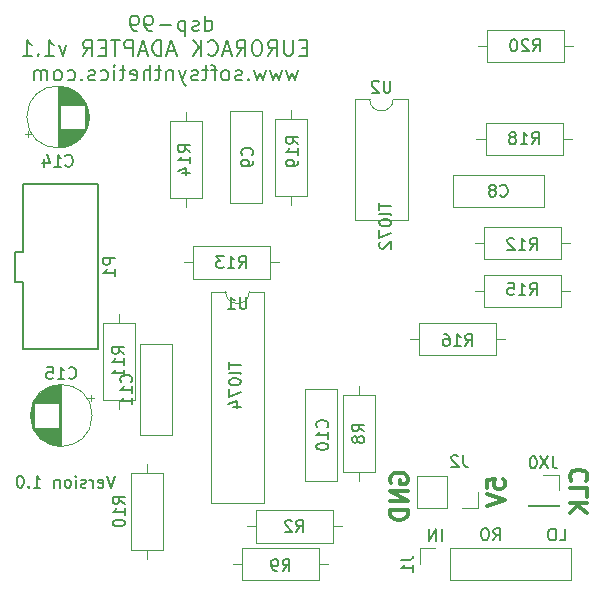
<source format=gbr>
%TF.GenerationSoftware,KiCad,Pcbnew,7.0.6*%
%TF.CreationDate,2023-10-15T17:57:14+01:00*%
%TF.ProjectId,DSP 1.1,44535020-312e-4312-9e6b-696361645f70,rev?*%
%TF.SameCoordinates,Original*%
%TF.FileFunction,Legend,Bot*%
%TF.FilePolarity,Positive*%
%FSLAX46Y46*%
G04 Gerber Fmt 4.6, Leading zero omitted, Abs format (unit mm)*
G04 Created by KiCad (PCBNEW 7.0.6) date 2023-10-15 17:57:14*
%MOMM*%
%LPD*%
G01*
G04 APERTURE LIST*
%ADD10C,0.200000*%
%ADD11C,0.150000*%
%ADD12C,0.300000*%
%ADD13C,0.120000*%
G04 APERTURE END LIST*
D10*
X120340808Y-11960004D02*
X120340808Y-10660004D01*
X120340808Y-11898100D02*
X120464617Y-11960004D01*
X120464617Y-11960004D02*
X120712236Y-11960004D01*
X120712236Y-11960004D02*
X120836046Y-11898100D01*
X120836046Y-11898100D02*
X120897951Y-11836195D01*
X120897951Y-11836195D02*
X120959855Y-11712385D01*
X120959855Y-11712385D02*
X120959855Y-11340957D01*
X120959855Y-11340957D02*
X120897951Y-11217147D01*
X120897951Y-11217147D02*
X120836046Y-11155242D01*
X120836046Y-11155242D02*
X120712236Y-11093338D01*
X120712236Y-11093338D02*
X120464617Y-11093338D01*
X120464617Y-11093338D02*
X120340808Y-11155242D01*
X119783665Y-11898100D02*
X119659856Y-11960004D01*
X119659856Y-11960004D02*
X119412237Y-11960004D01*
X119412237Y-11960004D02*
X119288427Y-11898100D01*
X119288427Y-11898100D02*
X119226523Y-11774290D01*
X119226523Y-11774290D02*
X119226523Y-11712385D01*
X119226523Y-11712385D02*
X119288427Y-11588576D01*
X119288427Y-11588576D02*
X119412237Y-11526671D01*
X119412237Y-11526671D02*
X119597951Y-11526671D01*
X119597951Y-11526671D02*
X119721761Y-11464766D01*
X119721761Y-11464766D02*
X119783665Y-11340957D01*
X119783665Y-11340957D02*
X119783665Y-11279052D01*
X119783665Y-11279052D02*
X119721761Y-11155242D01*
X119721761Y-11155242D02*
X119597951Y-11093338D01*
X119597951Y-11093338D02*
X119412237Y-11093338D01*
X119412237Y-11093338D02*
X119288427Y-11155242D01*
X118669380Y-11093338D02*
X118669380Y-12393338D01*
X118669380Y-11155242D02*
X118545570Y-11093338D01*
X118545570Y-11093338D02*
X118297951Y-11093338D01*
X118297951Y-11093338D02*
X118174142Y-11155242D01*
X118174142Y-11155242D02*
X118112237Y-11217147D01*
X118112237Y-11217147D02*
X118050332Y-11340957D01*
X118050332Y-11340957D02*
X118050332Y-11712385D01*
X118050332Y-11712385D02*
X118112237Y-11836195D01*
X118112237Y-11836195D02*
X118174142Y-11898100D01*
X118174142Y-11898100D02*
X118297951Y-11960004D01*
X118297951Y-11960004D02*
X118545570Y-11960004D01*
X118545570Y-11960004D02*
X118669380Y-11898100D01*
X117493190Y-11464766D02*
X116502714Y-11464766D01*
X115821761Y-11960004D02*
X115574142Y-11960004D01*
X115574142Y-11960004D02*
X115450332Y-11898100D01*
X115450332Y-11898100D02*
X115388428Y-11836195D01*
X115388428Y-11836195D02*
X115264618Y-11650480D01*
X115264618Y-11650480D02*
X115202713Y-11402861D01*
X115202713Y-11402861D02*
X115202713Y-10907623D01*
X115202713Y-10907623D02*
X115264618Y-10783814D01*
X115264618Y-10783814D02*
X115326523Y-10721909D01*
X115326523Y-10721909D02*
X115450332Y-10660004D01*
X115450332Y-10660004D02*
X115697951Y-10660004D01*
X115697951Y-10660004D02*
X115821761Y-10721909D01*
X115821761Y-10721909D02*
X115883666Y-10783814D01*
X115883666Y-10783814D02*
X115945570Y-10907623D01*
X115945570Y-10907623D02*
X115945570Y-11217147D01*
X115945570Y-11217147D02*
X115883666Y-11340957D01*
X115883666Y-11340957D02*
X115821761Y-11402861D01*
X115821761Y-11402861D02*
X115697951Y-11464766D01*
X115697951Y-11464766D02*
X115450332Y-11464766D01*
X115450332Y-11464766D02*
X115326523Y-11402861D01*
X115326523Y-11402861D02*
X115264618Y-11340957D01*
X115264618Y-11340957D02*
X115202713Y-11217147D01*
X114583666Y-11960004D02*
X114336047Y-11960004D01*
X114336047Y-11960004D02*
X114212237Y-11898100D01*
X114212237Y-11898100D02*
X114150333Y-11836195D01*
X114150333Y-11836195D02*
X114026523Y-11650480D01*
X114026523Y-11650480D02*
X113964618Y-11402861D01*
X113964618Y-11402861D02*
X113964618Y-10907623D01*
X113964618Y-10907623D02*
X114026523Y-10783814D01*
X114026523Y-10783814D02*
X114088428Y-10721909D01*
X114088428Y-10721909D02*
X114212237Y-10660004D01*
X114212237Y-10660004D02*
X114459856Y-10660004D01*
X114459856Y-10660004D02*
X114583666Y-10721909D01*
X114583666Y-10721909D02*
X114645571Y-10783814D01*
X114645571Y-10783814D02*
X114707475Y-10907623D01*
X114707475Y-10907623D02*
X114707475Y-11217147D01*
X114707475Y-11217147D02*
X114645571Y-11340957D01*
X114645571Y-11340957D02*
X114583666Y-11402861D01*
X114583666Y-11402861D02*
X114459856Y-11464766D01*
X114459856Y-11464766D02*
X114212237Y-11464766D01*
X114212237Y-11464766D02*
X114088428Y-11402861D01*
X114088428Y-11402861D02*
X114026523Y-11340957D01*
X114026523Y-11340957D02*
X113964618Y-11217147D01*
X128945571Y-13372052D02*
X128512237Y-13372052D01*
X128326523Y-14053004D02*
X128945571Y-14053004D01*
X128945571Y-14053004D02*
X128945571Y-12753004D01*
X128945571Y-12753004D02*
X128326523Y-12753004D01*
X127769381Y-12753004D02*
X127769381Y-13805385D01*
X127769381Y-13805385D02*
X127707476Y-13929195D01*
X127707476Y-13929195D02*
X127645571Y-13991100D01*
X127645571Y-13991100D02*
X127521762Y-14053004D01*
X127521762Y-14053004D02*
X127274143Y-14053004D01*
X127274143Y-14053004D02*
X127150333Y-13991100D01*
X127150333Y-13991100D02*
X127088428Y-13929195D01*
X127088428Y-13929195D02*
X127026524Y-13805385D01*
X127026524Y-13805385D02*
X127026524Y-12753004D01*
X125664619Y-14053004D02*
X126097952Y-13433957D01*
X126407476Y-14053004D02*
X126407476Y-12753004D01*
X126407476Y-12753004D02*
X125912238Y-12753004D01*
X125912238Y-12753004D02*
X125788428Y-12814909D01*
X125788428Y-12814909D02*
X125726523Y-12876814D01*
X125726523Y-12876814D02*
X125664619Y-13000623D01*
X125664619Y-13000623D02*
X125664619Y-13186338D01*
X125664619Y-13186338D02*
X125726523Y-13310147D01*
X125726523Y-13310147D02*
X125788428Y-13372052D01*
X125788428Y-13372052D02*
X125912238Y-13433957D01*
X125912238Y-13433957D02*
X126407476Y-13433957D01*
X124859857Y-12753004D02*
X124612238Y-12753004D01*
X124612238Y-12753004D02*
X124488428Y-12814909D01*
X124488428Y-12814909D02*
X124364619Y-12938719D01*
X124364619Y-12938719D02*
X124302714Y-13186338D01*
X124302714Y-13186338D02*
X124302714Y-13619671D01*
X124302714Y-13619671D02*
X124364619Y-13867290D01*
X124364619Y-13867290D02*
X124488428Y-13991100D01*
X124488428Y-13991100D02*
X124612238Y-14053004D01*
X124612238Y-14053004D02*
X124859857Y-14053004D01*
X124859857Y-14053004D02*
X124983666Y-13991100D01*
X124983666Y-13991100D02*
X125107476Y-13867290D01*
X125107476Y-13867290D02*
X125169380Y-13619671D01*
X125169380Y-13619671D02*
X125169380Y-13186338D01*
X125169380Y-13186338D02*
X125107476Y-12938719D01*
X125107476Y-12938719D02*
X124983666Y-12814909D01*
X124983666Y-12814909D02*
X124859857Y-12753004D01*
X123002714Y-14053004D02*
X123436047Y-13433957D01*
X123745571Y-14053004D02*
X123745571Y-12753004D01*
X123745571Y-12753004D02*
X123250333Y-12753004D01*
X123250333Y-12753004D02*
X123126523Y-12814909D01*
X123126523Y-12814909D02*
X123064618Y-12876814D01*
X123064618Y-12876814D02*
X123002714Y-13000623D01*
X123002714Y-13000623D02*
X123002714Y-13186338D01*
X123002714Y-13186338D02*
X123064618Y-13310147D01*
X123064618Y-13310147D02*
X123126523Y-13372052D01*
X123126523Y-13372052D02*
X123250333Y-13433957D01*
X123250333Y-13433957D02*
X123745571Y-13433957D01*
X122507475Y-13681576D02*
X121888428Y-13681576D01*
X122631285Y-14053004D02*
X122197952Y-12753004D01*
X122197952Y-12753004D02*
X121764618Y-14053004D01*
X120588428Y-13929195D02*
X120650332Y-13991100D01*
X120650332Y-13991100D02*
X120836047Y-14053004D01*
X120836047Y-14053004D02*
X120959856Y-14053004D01*
X120959856Y-14053004D02*
X121145570Y-13991100D01*
X121145570Y-13991100D02*
X121269380Y-13867290D01*
X121269380Y-13867290D02*
X121331285Y-13743480D01*
X121331285Y-13743480D02*
X121393189Y-13495861D01*
X121393189Y-13495861D02*
X121393189Y-13310147D01*
X121393189Y-13310147D02*
X121331285Y-13062528D01*
X121331285Y-13062528D02*
X121269380Y-12938719D01*
X121269380Y-12938719D02*
X121145570Y-12814909D01*
X121145570Y-12814909D02*
X120959856Y-12753004D01*
X120959856Y-12753004D02*
X120836047Y-12753004D01*
X120836047Y-12753004D02*
X120650332Y-12814909D01*
X120650332Y-12814909D02*
X120588428Y-12876814D01*
X120031285Y-14053004D02*
X120031285Y-12753004D01*
X119288428Y-14053004D02*
X119845570Y-13310147D01*
X119288428Y-12753004D02*
X120031285Y-13495861D01*
X117802713Y-13681576D02*
X117183666Y-13681576D01*
X117926523Y-14053004D02*
X117493190Y-12753004D01*
X117493190Y-12753004D02*
X117059856Y-14053004D01*
X116626523Y-14053004D02*
X116626523Y-12753004D01*
X116626523Y-12753004D02*
X116316999Y-12753004D01*
X116316999Y-12753004D02*
X116131285Y-12814909D01*
X116131285Y-12814909D02*
X116007475Y-12938719D01*
X116007475Y-12938719D02*
X115945570Y-13062528D01*
X115945570Y-13062528D02*
X115883666Y-13310147D01*
X115883666Y-13310147D02*
X115883666Y-13495861D01*
X115883666Y-13495861D02*
X115945570Y-13743480D01*
X115945570Y-13743480D02*
X116007475Y-13867290D01*
X116007475Y-13867290D02*
X116131285Y-13991100D01*
X116131285Y-13991100D02*
X116316999Y-14053004D01*
X116316999Y-14053004D02*
X116626523Y-14053004D01*
X115388427Y-13681576D02*
X114769380Y-13681576D01*
X115512237Y-14053004D02*
X115078904Y-12753004D01*
X115078904Y-12753004D02*
X114645570Y-14053004D01*
X114212237Y-14053004D02*
X114212237Y-12753004D01*
X114212237Y-12753004D02*
X113716999Y-12753004D01*
X113716999Y-12753004D02*
X113593189Y-12814909D01*
X113593189Y-12814909D02*
X113531284Y-12876814D01*
X113531284Y-12876814D02*
X113469380Y-13000623D01*
X113469380Y-13000623D02*
X113469380Y-13186338D01*
X113469380Y-13186338D02*
X113531284Y-13310147D01*
X113531284Y-13310147D02*
X113593189Y-13372052D01*
X113593189Y-13372052D02*
X113716999Y-13433957D01*
X113716999Y-13433957D02*
X114212237Y-13433957D01*
X113097951Y-12753004D02*
X112355094Y-12753004D01*
X112726522Y-14053004D02*
X112726522Y-12753004D01*
X111921761Y-13372052D02*
X111488427Y-13372052D01*
X111302713Y-14053004D02*
X111921761Y-14053004D01*
X111921761Y-14053004D02*
X111921761Y-12753004D01*
X111921761Y-12753004D02*
X111302713Y-12753004D01*
X110002714Y-14053004D02*
X110436047Y-13433957D01*
X110745571Y-14053004D02*
X110745571Y-12753004D01*
X110745571Y-12753004D02*
X110250333Y-12753004D01*
X110250333Y-12753004D02*
X110126523Y-12814909D01*
X110126523Y-12814909D02*
X110064618Y-12876814D01*
X110064618Y-12876814D02*
X110002714Y-13000623D01*
X110002714Y-13000623D02*
X110002714Y-13186338D01*
X110002714Y-13186338D02*
X110064618Y-13310147D01*
X110064618Y-13310147D02*
X110126523Y-13372052D01*
X110126523Y-13372052D02*
X110250333Y-13433957D01*
X110250333Y-13433957D02*
X110745571Y-13433957D01*
X108578904Y-13186338D02*
X108269380Y-14053004D01*
X108269380Y-14053004D02*
X107959857Y-13186338D01*
X106783666Y-14053004D02*
X107526523Y-14053004D01*
X107155095Y-14053004D02*
X107155095Y-12753004D01*
X107155095Y-12753004D02*
X107278904Y-12938719D01*
X107278904Y-12938719D02*
X107402714Y-13062528D01*
X107402714Y-13062528D02*
X107526523Y-13124433D01*
X106226524Y-13929195D02*
X106164619Y-13991100D01*
X106164619Y-13991100D02*
X106226524Y-14053004D01*
X106226524Y-14053004D02*
X106288428Y-13991100D01*
X106288428Y-13991100D02*
X106226524Y-13929195D01*
X106226524Y-13929195D02*
X106226524Y-14053004D01*
X104926523Y-14053004D02*
X105669380Y-14053004D01*
X105297952Y-14053004D02*
X105297952Y-12753004D01*
X105297952Y-12753004D02*
X105421761Y-12938719D01*
X105421761Y-12938719D02*
X105545571Y-13062528D01*
X105545571Y-13062528D02*
X105669380Y-13124433D01*
X128202713Y-15279338D02*
X127955094Y-16146004D01*
X127955094Y-16146004D02*
X127707475Y-15526957D01*
X127707475Y-15526957D02*
X127459856Y-16146004D01*
X127459856Y-16146004D02*
X127212237Y-15279338D01*
X126840808Y-15279338D02*
X126593189Y-16146004D01*
X126593189Y-16146004D02*
X126345570Y-15526957D01*
X126345570Y-15526957D02*
X126097951Y-16146004D01*
X126097951Y-16146004D02*
X125850332Y-15279338D01*
X125478903Y-15279338D02*
X125231284Y-16146004D01*
X125231284Y-16146004D02*
X124983665Y-15526957D01*
X124983665Y-15526957D02*
X124736046Y-16146004D01*
X124736046Y-16146004D02*
X124488427Y-15279338D01*
X123993189Y-16022195D02*
X123931284Y-16084100D01*
X123931284Y-16084100D02*
X123993189Y-16146004D01*
X123993189Y-16146004D02*
X124055093Y-16084100D01*
X124055093Y-16084100D02*
X123993189Y-16022195D01*
X123993189Y-16022195D02*
X123993189Y-16146004D01*
X123436045Y-16084100D02*
X123312236Y-16146004D01*
X123312236Y-16146004D02*
X123064617Y-16146004D01*
X123064617Y-16146004D02*
X122940807Y-16084100D01*
X122940807Y-16084100D02*
X122878903Y-15960290D01*
X122878903Y-15960290D02*
X122878903Y-15898385D01*
X122878903Y-15898385D02*
X122940807Y-15774576D01*
X122940807Y-15774576D02*
X123064617Y-15712671D01*
X123064617Y-15712671D02*
X123250331Y-15712671D01*
X123250331Y-15712671D02*
X123374141Y-15650766D01*
X123374141Y-15650766D02*
X123436045Y-15526957D01*
X123436045Y-15526957D02*
X123436045Y-15465052D01*
X123436045Y-15465052D02*
X123374141Y-15341242D01*
X123374141Y-15341242D02*
X123250331Y-15279338D01*
X123250331Y-15279338D02*
X123064617Y-15279338D01*
X123064617Y-15279338D02*
X122940807Y-15341242D01*
X122136045Y-16146004D02*
X122259855Y-16084100D01*
X122259855Y-16084100D02*
X122321760Y-16022195D01*
X122321760Y-16022195D02*
X122383664Y-15898385D01*
X122383664Y-15898385D02*
X122383664Y-15526957D01*
X122383664Y-15526957D02*
X122321760Y-15403147D01*
X122321760Y-15403147D02*
X122259855Y-15341242D01*
X122259855Y-15341242D02*
X122136045Y-15279338D01*
X122136045Y-15279338D02*
X121950331Y-15279338D01*
X121950331Y-15279338D02*
X121826522Y-15341242D01*
X121826522Y-15341242D02*
X121764617Y-15403147D01*
X121764617Y-15403147D02*
X121702712Y-15526957D01*
X121702712Y-15526957D02*
X121702712Y-15898385D01*
X121702712Y-15898385D02*
X121764617Y-16022195D01*
X121764617Y-16022195D02*
X121826522Y-16084100D01*
X121826522Y-16084100D02*
X121950331Y-16146004D01*
X121950331Y-16146004D02*
X122136045Y-16146004D01*
X121331284Y-15279338D02*
X120836046Y-15279338D01*
X121145570Y-16146004D02*
X121145570Y-15031719D01*
X121145570Y-15031719D02*
X121083665Y-14907909D01*
X121083665Y-14907909D02*
X120959855Y-14846004D01*
X120959855Y-14846004D02*
X120836046Y-14846004D01*
X120588427Y-15279338D02*
X120093189Y-15279338D01*
X120402713Y-14846004D02*
X120402713Y-15960290D01*
X120402713Y-15960290D02*
X120340808Y-16084100D01*
X120340808Y-16084100D02*
X120216998Y-16146004D01*
X120216998Y-16146004D02*
X120093189Y-16146004D01*
X119721760Y-16084100D02*
X119597951Y-16146004D01*
X119597951Y-16146004D02*
X119350332Y-16146004D01*
X119350332Y-16146004D02*
X119226522Y-16084100D01*
X119226522Y-16084100D02*
X119164618Y-15960290D01*
X119164618Y-15960290D02*
X119164618Y-15898385D01*
X119164618Y-15898385D02*
X119226522Y-15774576D01*
X119226522Y-15774576D02*
X119350332Y-15712671D01*
X119350332Y-15712671D02*
X119536046Y-15712671D01*
X119536046Y-15712671D02*
X119659856Y-15650766D01*
X119659856Y-15650766D02*
X119721760Y-15526957D01*
X119721760Y-15526957D02*
X119721760Y-15465052D01*
X119721760Y-15465052D02*
X119659856Y-15341242D01*
X119659856Y-15341242D02*
X119536046Y-15279338D01*
X119536046Y-15279338D02*
X119350332Y-15279338D01*
X119350332Y-15279338D02*
X119226522Y-15341242D01*
X118731284Y-15279338D02*
X118421760Y-16146004D01*
X118112237Y-15279338D02*
X118421760Y-16146004D01*
X118421760Y-16146004D02*
X118545570Y-16455528D01*
X118545570Y-16455528D02*
X118607475Y-16517433D01*
X118607475Y-16517433D02*
X118731284Y-16579338D01*
X117616999Y-15279338D02*
X117616999Y-16146004D01*
X117616999Y-15403147D02*
X117555094Y-15341242D01*
X117555094Y-15341242D02*
X117431284Y-15279338D01*
X117431284Y-15279338D02*
X117245570Y-15279338D01*
X117245570Y-15279338D02*
X117121761Y-15341242D01*
X117121761Y-15341242D02*
X117059856Y-15465052D01*
X117059856Y-15465052D02*
X117059856Y-16146004D01*
X116626523Y-15279338D02*
X116131285Y-15279338D01*
X116440809Y-14846004D02*
X116440809Y-15960290D01*
X116440809Y-15960290D02*
X116378904Y-16084100D01*
X116378904Y-16084100D02*
X116255094Y-16146004D01*
X116255094Y-16146004D02*
X116131285Y-16146004D01*
X115697952Y-16146004D02*
X115697952Y-14846004D01*
X115140809Y-16146004D02*
X115140809Y-15465052D01*
X115140809Y-15465052D02*
X115202714Y-15341242D01*
X115202714Y-15341242D02*
X115326523Y-15279338D01*
X115326523Y-15279338D02*
X115512237Y-15279338D01*
X115512237Y-15279338D02*
X115636047Y-15341242D01*
X115636047Y-15341242D02*
X115697952Y-15403147D01*
X114026524Y-16084100D02*
X114150333Y-16146004D01*
X114150333Y-16146004D02*
X114397952Y-16146004D01*
X114397952Y-16146004D02*
X114521762Y-16084100D01*
X114521762Y-16084100D02*
X114583666Y-15960290D01*
X114583666Y-15960290D02*
X114583666Y-15465052D01*
X114583666Y-15465052D02*
X114521762Y-15341242D01*
X114521762Y-15341242D02*
X114397952Y-15279338D01*
X114397952Y-15279338D02*
X114150333Y-15279338D01*
X114150333Y-15279338D02*
X114026524Y-15341242D01*
X114026524Y-15341242D02*
X113964619Y-15465052D01*
X113964619Y-15465052D02*
X113964619Y-15588861D01*
X113964619Y-15588861D02*
X114583666Y-15712671D01*
X113593190Y-15279338D02*
X113097952Y-15279338D01*
X113407476Y-14846004D02*
X113407476Y-15960290D01*
X113407476Y-15960290D02*
X113345571Y-16084100D01*
X113345571Y-16084100D02*
X113221761Y-16146004D01*
X113221761Y-16146004D02*
X113097952Y-16146004D01*
X112664619Y-16146004D02*
X112664619Y-15279338D01*
X112664619Y-14846004D02*
X112726523Y-14907909D01*
X112726523Y-14907909D02*
X112664619Y-14969814D01*
X112664619Y-14969814D02*
X112602714Y-14907909D01*
X112602714Y-14907909D02*
X112664619Y-14846004D01*
X112664619Y-14846004D02*
X112664619Y-14969814D01*
X111488428Y-16084100D02*
X111612237Y-16146004D01*
X111612237Y-16146004D02*
X111859856Y-16146004D01*
X111859856Y-16146004D02*
X111983666Y-16084100D01*
X111983666Y-16084100D02*
X112045571Y-16022195D01*
X112045571Y-16022195D02*
X112107475Y-15898385D01*
X112107475Y-15898385D02*
X112107475Y-15526957D01*
X112107475Y-15526957D02*
X112045571Y-15403147D01*
X112045571Y-15403147D02*
X111983666Y-15341242D01*
X111983666Y-15341242D02*
X111859856Y-15279338D01*
X111859856Y-15279338D02*
X111612237Y-15279338D01*
X111612237Y-15279338D02*
X111488428Y-15341242D01*
X110993189Y-16084100D02*
X110869380Y-16146004D01*
X110869380Y-16146004D02*
X110621761Y-16146004D01*
X110621761Y-16146004D02*
X110497951Y-16084100D01*
X110497951Y-16084100D02*
X110436047Y-15960290D01*
X110436047Y-15960290D02*
X110436047Y-15898385D01*
X110436047Y-15898385D02*
X110497951Y-15774576D01*
X110497951Y-15774576D02*
X110621761Y-15712671D01*
X110621761Y-15712671D02*
X110807475Y-15712671D01*
X110807475Y-15712671D02*
X110931285Y-15650766D01*
X110931285Y-15650766D02*
X110993189Y-15526957D01*
X110993189Y-15526957D02*
X110993189Y-15465052D01*
X110993189Y-15465052D02*
X110931285Y-15341242D01*
X110931285Y-15341242D02*
X110807475Y-15279338D01*
X110807475Y-15279338D02*
X110621761Y-15279338D01*
X110621761Y-15279338D02*
X110497951Y-15341242D01*
X109878904Y-16022195D02*
X109816999Y-16084100D01*
X109816999Y-16084100D02*
X109878904Y-16146004D01*
X109878904Y-16146004D02*
X109940808Y-16084100D01*
X109940808Y-16084100D02*
X109878904Y-16022195D01*
X109878904Y-16022195D02*
X109878904Y-16146004D01*
X108702713Y-16084100D02*
X108826522Y-16146004D01*
X108826522Y-16146004D02*
X109074141Y-16146004D01*
X109074141Y-16146004D02*
X109197951Y-16084100D01*
X109197951Y-16084100D02*
X109259856Y-16022195D01*
X109259856Y-16022195D02*
X109321760Y-15898385D01*
X109321760Y-15898385D02*
X109321760Y-15526957D01*
X109321760Y-15526957D02*
X109259856Y-15403147D01*
X109259856Y-15403147D02*
X109197951Y-15341242D01*
X109197951Y-15341242D02*
X109074141Y-15279338D01*
X109074141Y-15279338D02*
X108826522Y-15279338D01*
X108826522Y-15279338D02*
X108702713Y-15341242D01*
X107959855Y-16146004D02*
X108083665Y-16084100D01*
X108083665Y-16084100D02*
X108145570Y-16022195D01*
X108145570Y-16022195D02*
X108207474Y-15898385D01*
X108207474Y-15898385D02*
X108207474Y-15526957D01*
X108207474Y-15526957D02*
X108145570Y-15403147D01*
X108145570Y-15403147D02*
X108083665Y-15341242D01*
X108083665Y-15341242D02*
X107959855Y-15279338D01*
X107959855Y-15279338D02*
X107774141Y-15279338D01*
X107774141Y-15279338D02*
X107650332Y-15341242D01*
X107650332Y-15341242D02*
X107588427Y-15403147D01*
X107588427Y-15403147D02*
X107526522Y-15526957D01*
X107526522Y-15526957D02*
X107526522Y-15898385D01*
X107526522Y-15898385D02*
X107588427Y-16022195D01*
X107588427Y-16022195D02*
X107650332Y-16084100D01*
X107650332Y-16084100D02*
X107774141Y-16146004D01*
X107774141Y-16146004D02*
X107959855Y-16146004D01*
X106969380Y-16146004D02*
X106969380Y-15279338D01*
X106969380Y-15403147D02*
X106907475Y-15341242D01*
X106907475Y-15341242D02*
X106783665Y-15279338D01*
X106783665Y-15279338D02*
X106597951Y-15279338D01*
X106597951Y-15279338D02*
X106474142Y-15341242D01*
X106474142Y-15341242D02*
X106412237Y-15465052D01*
X106412237Y-15465052D02*
X106412237Y-16146004D01*
X106412237Y-15465052D02*
X106350332Y-15341242D01*
X106350332Y-15341242D02*
X106226523Y-15279338D01*
X106226523Y-15279338D02*
X106040808Y-15279338D01*
X106040808Y-15279338D02*
X105916999Y-15341242D01*
X105916999Y-15341242D02*
X105855094Y-15465052D01*
X105855094Y-15465052D02*
X105855094Y-16146004D01*
D11*
X122347819Y-39997309D02*
X122347819Y-40568737D01*
X123347819Y-40283023D02*
X122347819Y-40283023D01*
X123347819Y-41044928D02*
X123300200Y-40949690D01*
X123300200Y-40949690D02*
X123204961Y-40902071D01*
X123204961Y-40902071D02*
X122347819Y-40902071D01*
X122347819Y-41616357D02*
X122347819Y-41711595D01*
X122347819Y-41711595D02*
X122395438Y-41806833D01*
X122395438Y-41806833D02*
X122443057Y-41854452D01*
X122443057Y-41854452D02*
X122538295Y-41902071D01*
X122538295Y-41902071D02*
X122728771Y-41949690D01*
X122728771Y-41949690D02*
X122966866Y-41949690D01*
X122966866Y-41949690D02*
X123157342Y-41902071D01*
X123157342Y-41902071D02*
X123252580Y-41854452D01*
X123252580Y-41854452D02*
X123300200Y-41806833D01*
X123300200Y-41806833D02*
X123347819Y-41711595D01*
X123347819Y-41711595D02*
X123347819Y-41616357D01*
X123347819Y-41616357D02*
X123300200Y-41521119D01*
X123300200Y-41521119D02*
X123252580Y-41473500D01*
X123252580Y-41473500D02*
X123157342Y-41425881D01*
X123157342Y-41425881D02*
X122966866Y-41378262D01*
X122966866Y-41378262D02*
X122728771Y-41378262D01*
X122728771Y-41378262D02*
X122538295Y-41425881D01*
X122538295Y-41425881D02*
X122443057Y-41473500D01*
X122443057Y-41473500D02*
X122395438Y-41521119D01*
X122395438Y-41521119D02*
X122347819Y-41616357D01*
X122347819Y-42283024D02*
X122347819Y-42949690D01*
X122347819Y-42949690D02*
X123347819Y-42521119D01*
X122681152Y-43759214D02*
X123347819Y-43759214D01*
X122300200Y-43521119D02*
X123014485Y-43283024D01*
X123014485Y-43283024D02*
X123014485Y-43902071D01*
D10*
X144747898Y-55070219D02*
X145081231Y-54594028D01*
X145319326Y-55070219D02*
X145319326Y-54070219D01*
X145319326Y-54070219D02*
X144938374Y-54070219D01*
X144938374Y-54070219D02*
X144843136Y-54117838D01*
X144843136Y-54117838D02*
X144795517Y-54165457D01*
X144795517Y-54165457D02*
X144747898Y-54260695D01*
X144747898Y-54260695D02*
X144747898Y-54403552D01*
X144747898Y-54403552D02*
X144795517Y-54498790D01*
X144795517Y-54498790D02*
X144843136Y-54546409D01*
X144843136Y-54546409D02*
X144938374Y-54594028D01*
X144938374Y-54594028D02*
X145319326Y-54594028D01*
X144128850Y-54070219D02*
X143938374Y-54070219D01*
X143938374Y-54070219D02*
X143843136Y-54117838D01*
X143843136Y-54117838D02*
X143747898Y-54213076D01*
X143747898Y-54213076D02*
X143700279Y-54403552D01*
X143700279Y-54403552D02*
X143700279Y-54736885D01*
X143700279Y-54736885D02*
X143747898Y-54927361D01*
X143747898Y-54927361D02*
X143843136Y-55022600D01*
X143843136Y-55022600D02*
X143938374Y-55070219D01*
X143938374Y-55070219D02*
X144128850Y-55070219D01*
X144128850Y-55070219D02*
X144224088Y-55022600D01*
X144224088Y-55022600D02*
X144319326Y-54927361D01*
X144319326Y-54927361D02*
X144366945Y-54736885D01*
X144366945Y-54736885D02*
X144366945Y-54403552D01*
X144366945Y-54403552D02*
X144319326Y-54213076D01*
X144319326Y-54213076D02*
X144224088Y-54117838D01*
X144224088Y-54117838D02*
X144128850Y-54070219D01*
D12*
X152566971Y-50034653D02*
X152638400Y-49963225D01*
X152638400Y-49963225D02*
X152709828Y-49748939D01*
X152709828Y-49748939D02*
X152709828Y-49606082D01*
X152709828Y-49606082D02*
X152638400Y-49391796D01*
X152638400Y-49391796D02*
X152495542Y-49248939D01*
X152495542Y-49248939D02*
X152352685Y-49177510D01*
X152352685Y-49177510D02*
X152066971Y-49106082D01*
X152066971Y-49106082D02*
X151852685Y-49106082D01*
X151852685Y-49106082D02*
X151566971Y-49177510D01*
X151566971Y-49177510D02*
X151424114Y-49248939D01*
X151424114Y-49248939D02*
X151281257Y-49391796D01*
X151281257Y-49391796D02*
X151209828Y-49606082D01*
X151209828Y-49606082D02*
X151209828Y-49748939D01*
X151209828Y-49748939D02*
X151281257Y-49963225D01*
X151281257Y-49963225D02*
X151352685Y-50034653D01*
X152709828Y-51391796D02*
X152709828Y-50677510D01*
X152709828Y-50677510D02*
X151209828Y-50677510D01*
X152709828Y-51891796D02*
X151209828Y-51891796D01*
X152709828Y-52748939D02*
X151852685Y-52106082D01*
X151209828Y-52748939D02*
X152066971Y-51891796D01*
D10*
X140369326Y-55120219D02*
X140369326Y-54120219D01*
X139893136Y-55120219D02*
X139893136Y-54120219D01*
X139893136Y-54120219D02*
X139321708Y-55120219D01*
X139321708Y-55120219D02*
X139321708Y-54120219D01*
D11*
X135090819Y-26535309D02*
X135090819Y-27106737D01*
X136090819Y-26821023D02*
X135090819Y-26821023D01*
X136090819Y-27582928D02*
X136043200Y-27487690D01*
X136043200Y-27487690D02*
X135947961Y-27440071D01*
X135947961Y-27440071D02*
X135090819Y-27440071D01*
X135090819Y-28154357D02*
X135090819Y-28249595D01*
X135090819Y-28249595D02*
X135138438Y-28344833D01*
X135138438Y-28344833D02*
X135186057Y-28392452D01*
X135186057Y-28392452D02*
X135281295Y-28440071D01*
X135281295Y-28440071D02*
X135471771Y-28487690D01*
X135471771Y-28487690D02*
X135709866Y-28487690D01*
X135709866Y-28487690D02*
X135900342Y-28440071D01*
X135900342Y-28440071D02*
X135995580Y-28392452D01*
X135995580Y-28392452D02*
X136043200Y-28344833D01*
X136043200Y-28344833D02*
X136090819Y-28249595D01*
X136090819Y-28249595D02*
X136090819Y-28154357D01*
X136090819Y-28154357D02*
X136043200Y-28059119D01*
X136043200Y-28059119D02*
X135995580Y-28011500D01*
X135995580Y-28011500D02*
X135900342Y-27963881D01*
X135900342Y-27963881D02*
X135709866Y-27916262D01*
X135709866Y-27916262D02*
X135471771Y-27916262D01*
X135471771Y-27916262D02*
X135281295Y-27963881D01*
X135281295Y-27963881D02*
X135186057Y-28011500D01*
X135186057Y-28011500D02*
X135138438Y-28059119D01*
X135138438Y-28059119D02*
X135090819Y-28154357D01*
X135090819Y-28821024D02*
X135090819Y-29487690D01*
X135090819Y-29487690D02*
X136090819Y-29059119D01*
X135186057Y-29821024D02*
X135138438Y-29868643D01*
X135138438Y-29868643D02*
X135090819Y-29963881D01*
X135090819Y-29963881D02*
X135090819Y-30201976D01*
X135090819Y-30201976D02*
X135138438Y-30297214D01*
X135138438Y-30297214D02*
X135186057Y-30344833D01*
X135186057Y-30344833D02*
X135281295Y-30392452D01*
X135281295Y-30392452D02*
X135376533Y-30392452D01*
X135376533Y-30392452D02*
X135519390Y-30344833D01*
X135519390Y-30344833D02*
X136090819Y-29773405D01*
X136090819Y-29773405D02*
X136090819Y-30392452D01*
X112679475Y-49617819D02*
X112346142Y-50617819D01*
X112346142Y-50617819D02*
X112012809Y-49617819D01*
X111298523Y-50570200D02*
X111393761Y-50617819D01*
X111393761Y-50617819D02*
X111584237Y-50617819D01*
X111584237Y-50617819D02*
X111679475Y-50570200D01*
X111679475Y-50570200D02*
X111727094Y-50474961D01*
X111727094Y-50474961D02*
X111727094Y-50094009D01*
X111727094Y-50094009D02*
X111679475Y-49998771D01*
X111679475Y-49998771D02*
X111584237Y-49951152D01*
X111584237Y-49951152D02*
X111393761Y-49951152D01*
X111393761Y-49951152D02*
X111298523Y-49998771D01*
X111298523Y-49998771D02*
X111250904Y-50094009D01*
X111250904Y-50094009D02*
X111250904Y-50189247D01*
X111250904Y-50189247D02*
X111727094Y-50284485D01*
X110822332Y-50617819D02*
X110822332Y-49951152D01*
X110822332Y-50141628D02*
X110774713Y-50046390D01*
X110774713Y-50046390D02*
X110727094Y-49998771D01*
X110727094Y-49998771D02*
X110631856Y-49951152D01*
X110631856Y-49951152D02*
X110536618Y-49951152D01*
X110250903Y-50570200D02*
X110155665Y-50617819D01*
X110155665Y-50617819D02*
X109965189Y-50617819D01*
X109965189Y-50617819D02*
X109869951Y-50570200D01*
X109869951Y-50570200D02*
X109822332Y-50474961D01*
X109822332Y-50474961D02*
X109822332Y-50427342D01*
X109822332Y-50427342D02*
X109869951Y-50332104D01*
X109869951Y-50332104D02*
X109965189Y-50284485D01*
X109965189Y-50284485D02*
X110108046Y-50284485D01*
X110108046Y-50284485D02*
X110203284Y-50236866D01*
X110203284Y-50236866D02*
X110250903Y-50141628D01*
X110250903Y-50141628D02*
X110250903Y-50094009D01*
X110250903Y-50094009D02*
X110203284Y-49998771D01*
X110203284Y-49998771D02*
X110108046Y-49951152D01*
X110108046Y-49951152D02*
X109965189Y-49951152D01*
X109965189Y-49951152D02*
X109869951Y-49998771D01*
X109393760Y-50617819D02*
X109393760Y-49951152D01*
X109393760Y-49617819D02*
X109441379Y-49665438D01*
X109441379Y-49665438D02*
X109393760Y-49713057D01*
X109393760Y-49713057D02*
X109346141Y-49665438D01*
X109346141Y-49665438D02*
X109393760Y-49617819D01*
X109393760Y-49617819D02*
X109393760Y-49713057D01*
X108774713Y-50617819D02*
X108869951Y-50570200D01*
X108869951Y-50570200D02*
X108917570Y-50522580D01*
X108917570Y-50522580D02*
X108965189Y-50427342D01*
X108965189Y-50427342D02*
X108965189Y-50141628D01*
X108965189Y-50141628D02*
X108917570Y-50046390D01*
X108917570Y-50046390D02*
X108869951Y-49998771D01*
X108869951Y-49998771D02*
X108774713Y-49951152D01*
X108774713Y-49951152D02*
X108631856Y-49951152D01*
X108631856Y-49951152D02*
X108536618Y-49998771D01*
X108536618Y-49998771D02*
X108488999Y-50046390D01*
X108488999Y-50046390D02*
X108441380Y-50141628D01*
X108441380Y-50141628D02*
X108441380Y-50427342D01*
X108441380Y-50427342D02*
X108488999Y-50522580D01*
X108488999Y-50522580D02*
X108536618Y-50570200D01*
X108536618Y-50570200D02*
X108631856Y-50617819D01*
X108631856Y-50617819D02*
X108774713Y-50617819D01*
X108012808Y-49951152D02*
X108012808Y-50617819D01*
X108012808Y-50046390D02*
X107965189Y-49998771D01*
X107965189Y-49998771D02*
X107869951Y-49951152D01*
X107869951Y-49951152D02*
X107727094Y-49951152D01*
X107727094Y-49951152D02*
X107631856Y-49998771D01*
X107631856Y-49998771D02*
X107584237Y-50094009D01*
X107584237Y-50094009D02*
X107584237Y-50617819D01*
X105822332Y-50617819D02*
X106393760Y-50617819D01*
X106108046Y-50617819D02*
X106108046Y-49617819D01*
X106108046Y-49617819D02*
X106203284Y-49760676D01*
X106203284Y-49760676D02*
X106298522Y-49855914D01*
X106298522Y-49855914D02*
X106393760Y-49903533D01*
X105393760Y-50522580D02*
X105346141Y-50570200D01*
X105346141Y-50570200D02*
X105393760Y-50617819D01*
X105393760Y-50617819D02*
X105441379Y-50570200D01*
X105441379Y-50570200D02*
X105393760Y-50522580D01*
X105393760Y-50522580D02*
X105393760Y-50617819D01*
X104727094Y-49617819D02*
X104631856Y-49617819D01*
X104631856Y-49617819D02*
X104536618Y-49665438D01*
X104536618Y-49665438D02*
X104488999Y-49713057D01*
X104488999Y-49713057D02*
X104441380Y-49808295D01*
X104441380Y-49808295D02*
X104393761Y-49998771D01*
X104393761Y-49998771D02*
X104393761Y-50236866D01*
X104393761Y-50236866D02*
X104441380Y-50427342D01*
X104441380Y-50427342D02*
X104488999Y-50522580D01*
X104488999Y-50522580D02*
X104536618Y-50570200D01*
X104536618Y-50570200D02*
X104631856Y-50617819D01*
X104631856Y-50617819D02*
X104727094Y-50617819D01*
X104727094Y-50617819D02*
X104822332Y-50570200D01*
X104822332Y-50570200D02*
X104869951Y-50522580D01*
X104869951Y-50522580D02*
X104917570Y-50427342D01*
X104917570Y-50427342D02*
X104965189Y-50236866D01*
X104965189Y-50236866D02*
X104965189Y-49998771D01*
X104965189Y-49998771D02*
X104917570Y-49808295D01*
X104917570Y-49808295D02*
X104869951Y-49713057D01*
X104869951Y-49713057D02*
X104822332Y-49665438D01*
X104822332Y-49665438D02*
X104727094Y-49617819D01*
D12*
X144199828Y-50661796D02*
X144199828Y-49947510D01*
X144199828Y-49947510D02*
X144914114Y-49876082D01*
X144914114Y-49876082D02*
X144842685Y-49947510D01*
X144842685Y-49947510D02*
X144771257Y-50090368D01*
X144771257Y-50090368D02*
X144771257Y-50447510D01*
X144771257Y-50447510D02*
X144842685Y-50590368D01*
X144842685Y-50590368D02*
X144914114Y-50661796D01*
X144914114Y-50661796D02*
X145056971Y-50733225D01*
X145056971Y-50733225D02*
X145414114Y-50733225D01*
X145414114Y-50733225D02*
X145556971Y-50661796D01*
X145556971Y-50661796D02*
X145628400Y-50590368D01*
X145628400Y-50590368D02*
X145699828Y-50447510D01*
X145699828Y-50447510D02*
X145699828Y-50090368D01*
X145699828Y-50090368D02*
X145628400Y-49947510D01*
X145628400Y-49947510D02*
X145556971Y-49876082D01*
X144199828Y-51161796D02*
X145699828Y-51661796D01*
X145699828Y-51661796D02*
X144199828Y-52161796D01*
X136071257Y-50213225D02*
X135999828Y-50070368D01*
X135999828Y-50070368D02*
X135999828Y-49856082D01*
X135999828Y-49856082D02*
X136071257Y-49641796D01*
X136071257Y-49641796D02*
X136214114Y-49498939D01*
X136214114Y-49498939D02*
X136356971Y-49427510D01*
X136356971Y-49427510D02*
X136642685Y-49356082D01*
X136642685Y-49356082D02*
X136856971Y-49356082D01*
X136856971Y-49356082D02*
X137142685Y-49427510D01*
X137142685Y-49427510D02*
X137285542Y-49498939D01*
X137285542Y-49498939D02*
X137428400Y-49641796D01*
X137428400Y-49641796D02*
X137499828Y-49856082D01*
X137499828Y-49856082D02*
X137499828Y-49998939D01*
X137499828Y-49998939D02*
X137428400Y-50213225D01*
X137428400Y-50213225D02*
X137356971Y-50284653D01*
X137356971Y-50284653D02*
X136856971Y-50284653D01*
X136856971Y-50284653D02*
X136856971Y-49998939D01*
X137499828Y-50927510D02*
X135999828Y-50927510D01*
X135999828Y-50927510D02*
X137499828Y-51784653D01*
X137499828Y-51784653D02*
X135999828Y-51784653D01*
X137499828Y-52498939D02*
X135999828Y-52498939D01*
X135999828Y-52498939D02*
X135999828Y-52856082D01*
X135999828Y-52856082D02*
X136071257Y-53070368D01*
X136071257Y-53070368D02*
X136214114Y-53213225D01*
X136214114Y-53213225D02*
X136356971Y-53284654D01*
X136356971Y-53284654D02*
X136642685Y-53356082D01*
X136642685Y-53356082D02*
X136856971Y-53356082D01*
X136856971Y-53356082D02*
X137142685Y-53284654D01*
X137142685Y-53284654D02*
X137285542Y-53213225D01*
X137285542Y-53213225D02*
X137428400Y-53070368D01*
X137428400Y-53070368D02*
X137499828Y-52856082D01*
X137499828Y-52856082D02*
X137499828Y-52498939D01*
D10*
X150363136Y-55100219D02*
X150839326Y-55100219D01*
X150839326Y-55100219D02*
X150839326Y-54100219D01*
X149839326Y-54100219D02*
X149648850Y-54100219D01*
X149648850Y-54100219D02*
X149553612Y-54147838D01*
X149553612Y-54147838D02*
X149458374Y-54243076D01*
X149458374Y-54243076D02*
X149410755Y-54433552D01*
X149410755Y-54433552D02*
X149410755Y-54766885D01*
X149410755Y-54766885D02*
X149458374Y-54957361D01*
X149458374Y-54957361D02*
X149553612Y-55052600D01*
X149553612Y-55052600D02*
X149648850Y-55100219D01*
X149648850Y-55100219D02*
X149839326Y-55100219D01*
X149839326Y-55100219D02*
X149934564Y-55052600D01*
X149934564Y-55052600D02*
X150029802Y-54957361D01*
X150029802Y-54957361D02*
X150077421Y-54766885D01*
X150077421Y-54766885D02*
X150077421Y-54433552D01*
X150077421Y-54433552D02*
X150029802Y-54243076D01*
X150029802Y-54243076D02*
X149934564Y-54147838D01*
X149934564Y-54147838D02*
X149839326Y-54100219D01*
D11*
X130661580Y-45521642D02*
X130709200Y-45474023D01*
X130709200Y-45474023D02*
X130756819Y-45331166D01*
X130756819Y-45331166D02*
X130756819Y-45235928D01*
X130756819Y-45235928D02*
X130709200Y-45093071D01*
X130709200Y-45093071D02*
X130613961Y-44997833D01*
X130613961Y-44997833D02*
X130518723Y-44950214D01*
X130518723Y-44950214D02*
X130328247Y-44902595D01*
X130328247Y-44902595D02*
X130185390Y-44902595D01*
X130185390Y-44902595D02*
X129994914Y-44950214D01*
X129994914Y-44950214D02*
X129899676Y-44997833D01*
X129899676Y-44997833D02*
X129804438Y-45093071D01*
X129804438Y-45093071D02*
X129756819Y-45235928D01*
X129756819Y-45235928D02*
X129756819Y-45331166D01*
X129756819Y-45331166D02*
X129804438Y-45474023D01*
X129804438Y-45474023D02*
X129852057Y-45521642D01*
X130756819Y-46474023D02*
X130756819Y-45902595D01*
X130756819Y-46188309D02*
X129756819Y-46188309D01*
X129756819Y-46188309D02*
X129899676Y-46093071D01*
X129899676Y-46093071D02*
X129994914Y-45997833D01*
X129994914Y-45997833D02*
X130042533Y-45902595D01*
X129756819Y-47093071D02*
X129756819Y-47188309D01*
X129756819Y-47188309D02*
X129804438Y-47283547D01*
X129804438Y-47283547D02*
X129852057Y-47331166D01*
X129852057Y-47331166D02*
X129947295Y-47378785D01*
X129947295Y-47378785D02*
X130137771Y-47426404D01*
X130137771Y-47426404D02*
X130375866Y-47426404D01*
X130375866Y-47426404D02*
X130566342Y-47378785D01*
X130566342Y-47378785D02*
X130661580Y-47331166D01*
X130661580Y-47331166D02*
X130709200Y-47283547D01*
X130709200Y-47283547D02*
X130756819Y-47188309D01*
X130756819Y-47188309D02*
X130756819Y-47093071D01*
X130756819Y-47093071D02*
X130709200Y-46997833D01*
X130709200Y-46997833D02*
X130661580Y-46950214D01*
X130661580Y-46950214D02*
X130566342Y-46902595D01*
X130566342Y-46902595D02*
X130375866Y-46854976D01*
X130375866Y-46854976D02*
X130137771Y-46854976D01*
X130137771Y-46854976D02*
X129947295Y-46902595D01*
X129947295Y-46902595D02*
X129852057Y-46950214D01*
X129852057Y-46950214D02*
X129804438Y-46997833D01*
X129804438Y-46997833D02*
X129756819Y-47093071D01*
X123839904Y-34489319D02*
X123839904Y-35298842D01*
X123839904Y-35298842D02*
X123792285Y-35394080D01*
X123792285Y-35394080D02*
X123744666Y-35441700D01*
X123744666Y-35441700D02*
X123649428Y-35489319D01*
X123649428Y-35489319D02*
X123458952Y-35489319D01*
X123458952Y-35489319D02*
X123363714Y-35441700D01*
X123363714Y-35441700D02*
X123316095Y-35394080D01*
X123316095Y-35394080D02*
X123268476Y-35298842D01*
X123268476Y-35298842D02*
X123268476Y-34489319D01*
X122268476Y-35489319D02*
X122839904Y-35489319D01*
X122554190Y-35489319D02*
X122554190Y-34489319D01*
X122554190Y-34489319D02*
X122649428Y-34632176D01*
X122649428Y-34632176D02*
X122744666Y-34727414D01*
X122744666Y-34727414D02*
X122839904Y-34775033D01*
X149780523Y-47988319D02*
X149780523Y-48702604D01*
X149780523Y-48702604D02*
X149828142Y-48845461D01*
X149828142Y-48845461D02*
X149923380Y-48940700D01*
X149923380Y-48940700D02*
X150066237Y-48988319D01*
X150066237Y-48988319D02*
X150161475Y-48988319D01*
X149399570Y-47988319D02*
X148732904Y-48988319D01*
X148732904Y-47988319D02*
X149399570Y-48988319D01*
X148161475Y-47988319D02*
X148066237Y-47988319D01*
X148066237Y-47988319D02*
X147970999Y-48035938D01*
X147970999Y-48035938D02*
X147923380Y-48083557D01*
X147923380Y-48083557D02*
X147875761Y-48178795D01*
X147875761Y-48178795D02*
X147828142Y-48369271D01*
X147828142Y-48369271D02*
X147828142Y-48607366D01*
X147828142Y-48607366D02*
X147875761Y-48797842D01*
X147875761Y-48797842D02*
X147923380Y-48893080D01*
X147923380Y-48893080D02*
X147970999Y-48940700D01*
X147970999Y-48940700D02*
X148066237Y-48988319D01*
X148066237Y-48988319D02*
X148161475Y-48988319D01*
X148161475Y-48988319D02*
X148256713Y-48940700D01*
X148256713Y-48940700D02*
X148304332Y-48893080D01*
X148304332Y-48893080D02*
X148351951Y-48797842D01*
X148351951Y-48797842D02*
X148399570Y-48607366D01*
X148399570Y-48607366D02*
X148399570Y-48369271D01*
X148399570Y-48369271D02*
X148351951Y-48178795D01*
X148351951Y-48178795D02*
X148304332Y-48083557D01*
X148304332Y-48083557D02*
X148256713Y-48035938D01*
X148256713Y-48035938D02*
X148161475Y-47988319D01*
X148089857Y-13662819D02*
X148423190Y-13186628D01*
X148661285Y-13662819D02*
X148661285Y-12662819D01*
X148661285Y-12662819D02*
X148280333Y-12662819D01*
X148280333Y-12662819D02*
X148185095Y-12710438D01*
X148185095Y-12710438D02*
X148137476Y-12758057D01*
X148137476Y-12758057D02*
X148089857Y-12853295D01*
X148089857Y-12853295D02*
X148089857Y-12996152D01*
X148089857Y-12996152D02*
X148137476Y-13091390D01*
X148137476Y-13091390D02*
X148185095Y-13139009D01*
X148185095Y-13139009D02*
X148280333Y-13186628D01*
X148280333Y-13186628D02*
X148661285Y-13186628D01*
X147708904Y-12758057D02*
X147661285Y-12710438D01*
X147661285Y-12710438D02*
X147566047Y-12662819D01*
X147566047Y-12662819D02*
X147327952Y-12662819D01*
X147327952Y-12662819D02*
X147232714Y-12710438D01*
X147232714Y-12710438D02*
X147185095Y-12758057D01*
X147185095Y-12758057D02*
X147137476Y-12853295D01*
X147137476Y-12853295D02*
X147137476Y-12948533D01*
X147137476Y-12948533D02*
X147185095Y-13091390D01*
X147185095Y-13091390D02*
X147756523Y-13662819D01*
X147756523Y-13662819D02*
X147137476Y-13662819D01*
X146518428Y-12662819D02*
X146423190Y-12662819D01*
X146423190Y-12662819D02*
X146327952Y-12710438D01*
X146327952Y-12710438D02*
X146280333Y-12758057D01*
X146280333Y-12758057D02*
X146232714Y-12853295D01*
X146232714Y-12853295D02*
X146185095Y-13043771D01*
X146185095Y-13043771D02*
X146185095Y-13281866D01*
X146185095Y-13281866D02*
X146232714Y-13472342D01*
X146232714Y-13472342D02*
X146280333Y-13567580D01*
X146280333Y-13567580D02*
X146327952Y-13615200D01*
X146327952Y-13615200D02*
X146423190Y-13662819D01*
X146423190Y-13662819D02*
X146518428Y-13662819D01*
X146518428Y-13662819D02*
X146613666Y-13615200D01*
X146613666Y-13615200D02*
X146661285Y-13567580D01*
X146661285Y-13567580D02*
X146708904Y-13472342D01*
X146708904Y-13472342D02*
X146756523Y-13281866D01*
X146756523Y-13281866D02*
X146756523Y-13043771D01*
X146756523Y-13043771D02*
X146708904Y-12853295D01*
X146708904Y-12853295D02*
X146661285Y-12758057D01*
X146661285Y-12758057D02*
X146613666Y-12710438D01*
X146613666Y-12710438D02*
X146518428Y-12662819D01*
X113527819Y-51998642D02*
X113051628Y-51665309D01*
X113527819Y-51427214D02*
X112527819Y-51427214D01*
X112527819Y-51427214D02*
X112527819Y-51808166D01*
X112527819Y-51808166D02*
X112575438Y-51903404D01*
X112575438Y-51903404D02*
X112623057Y-51951023D01*
X112623057Y-51951023D02*
X112718295Y-51998642D01*
X112718295Y-51998642D02*
X112861152Y-51998642D01*
X112861152Y-51998642D02*
X112956390Y-51951023D01*
X112956390Y-51951023D02*
X113004009Y-51903404D01*
X113004009Y-51903404D02*
X113051628Y-51808166D01*
X113051628Y-51808166D02*
X113051628Y-51427214D01*
X113527819Y-52951023D02*
X113527819Y-52379595D01*
X113527819Y-52665309D02*
X112527819Y-52665309D01*
X112527819Y-52665309D02*
X112670676Y-52570071D01*
X112670676Y-52570071D02*
X112765914Y-52474833D01*
X112765914Y-52474833D02*
X112813533Y-52379595D01*
X112527819Y-53570071D02*
X112527819Y-53665309D01*
X112527819Y-53665309D02*
X112575438Y-53760547D01*
X112575438Y-53760547D02*
X112623057Y-53808166D01*
X112623057Y-53808166D02*
X112718295Y-53855785D01*
X112718295Y-53855785D02*
X112908771Y-53903404D01*
X112908771Y-53903404D02*
X113146866Y-53903404D01*
X113146866Y-53903404D02*
X113337342Y-53855785D01*
X113337342Y-53855785D02*
X113432580Y-53808166D01*
X113432580Y-53808166D02*
X113480200Y-53760547D01*
X113480200Y-53760547D02*
X113527819Y-53665309D01*
X113527819Y-53665309D02*
X113527819Y-53570071D01*
X113527819Y-53570071D02*
X113480200Y-53474833D01*
X113480200Y-53474833D02*
X113432580Y-53427214D01*
X113432580Y-53427214D02*
X113337342Y-53379595D01*
X113337342Y-53379595D02*
X113146866Y-53331976D01*
X113146866Y-53331976D02*
X112908771Y-53331976D01*
X112908771Y-53331976D02*
X112718295Y-53379595D01*
X112718295Y-53379595D02*
X112623057Y-53427214D01*
X112623057Y-53427214D02*
X112575438Y-53474833D01*
X112575438Y-53474833D02*
X112527819Y-53570071D01*
X133804819Y-45870833D02*
X133328628Y-45537500D01*
X133804819Y-45299405D02*
X132804819Y-45299405D01*
X132804819Y-45299405D02*
X132804819Y-45680357D01*
X132804819Y-45680357D02*
X132852438Y-45775595D01*
X132852438Y-45775595D02*
X132900057Y-45823214D01*
X132900057Y-45823214D02*
X132995295Y-45870833D01*
X132995295Y-45870833D02*
X133138152Y-45870833D01*
X133138152Y-45870833D02*
X133233390Y-45823214D01*
X133233390Y-45823214D02*
X133281009Y-45775595D01*
X133281009Y-45775595D02*
X133328628Y-45680357D01*
X133328628Y-45680357D02*
X133328628Y-45299405D01*
X133233390Y-46442262D02*
X133185771Y-46347024D01*
X133185771Y-46347024D02*
X133138152Y-46299405D01*
X133138152Y-46299405D02*
X133042914Y-46251786D01*
X133042914Y-46251786D02*
X132995295Y-46251786D01*
X132995295Y-46251786D02*
X132900057Y-46299405D01*
X132900057Y-46299405D02*
X132852438Y-46347024D01*
X132852438Y-46347024D02*
X132804819Y-46442262D01*
X132804819Y-46442262D02*
X132804819Y-46632738D01*
X132804819Y-46632738D02*
X132852438Y-46727976D01*
X132852438Y-46727976D02*
X132900057Y-46775595D01*
X132900057Y-46775595D02*
X132995295Y-46823214D01*
X132995295Y-46823214D02*
X133042914Y-46823214D01*
X133042914Y-46823214D02*
X133138152Y-46775595D01*
X133138152Y-46775595D02*
X133185771Y-46727976D01*
X133185771Y-46727976D02*
X133233390Y-46632738D01*
X133233390Y-46632738D02*
X133233390Y-46442262D01*
X133233390Y-46442262D02*
X133281009Y-46347024D01*
X133281009Y-46347024D02*
X133328628Y-46299405D01*
X133328628Y-46299405D02*
X133423866Y-46251786D01*
X133423866Y-46251786D02*
X133614342Y-46251786D01*
X133614342Y-46251786D02*
X133709580Y-46299405D01*
X133709580Y-46299405D02*
X133757200Y-46347024D01*
X133757200Y-46347024D02*
X133804819Y-46442262D01*
X133804819Y-46442262D02*
X133804819Y-46632738D01*
X133804819Y-46632738D02*
X133757200Y-46727976D01*
X133757200Y-46727976D02*
X133709580Y-46775595D01*
X133709580Y-46775595D02*
X133614342Y-46823214D01*
X133614342Y-46823214D02*
X133423866Y-46823214D01*
X133423866Y-46823214D02*
X133328628Y-46775595D01*
X133328628Y-46775595D02*
X133281009Y-46727976D01*
X133281009Y-46727976D02*
X133233390Y-46632738D01*
X142374857Y-38618319D02*
X142708190Y-38142128D01*
X142946285Y-38618319D02*
X142946285Y-37618319D01*
X142946285Y-37618319D02*
X142565333Y-37618319D01*
X142565333Y-37618319D02*
X142470095Y-37665938D01*
X142470095Y-37665938D02*
X142422476Y-37713557D01*
X142422476Y-37713557D02*
X142374857Y-37808795D01*
X142374857Y-37808795D02*
X142374857Y-37951652D01*
X142374857Y-37951652D02*
X142422476Y-38046890D01*
X142422476Y-38046890D02*
X142470095Y-38094509D01*
X142470095Y-38094509D02*
X142565333Y-38142128D01*
X142565333Y-38142128D02*
X142946285Y-38142128D01*
X141422476Y-38618319D02*
X141993904Y-38618319D01*
X141708190Y-38618319D02*
X141708190Y-37618319D01*
X141708190Y-37618319D02*
X141803428Y-37761176D01*
X141803428Y-37761176D02*
X141898666Y-37856414D01*
X141898666Y-37856414D02*
X141993904Y-37904033D01*
X140565333Y-37618319D02*
X140755809Y-37618319D01*
X140755809Y-37618319D02*
X140851047Y-37665938D01*
X140851047Y-37665938D02*
X140898666Y-37713557D01*
X140898666Y-37713557D02*
X140993904Y-37856414D01*
X140993904Y-37856414D02*
X141041523Y-38046890D01*
X141041523Y-38046890D02*
X141041523Y-38427842D01*
X141041523Y-38427842D02*
X140993904Y-38523080D01*
X140993904Y-38523080D02*
X140946285Y-38570700D01*
X140946285Y-38570700D02*
X140851047Y-38618319D01*
X140851047Y-38618319D02*
X140660571Y-38618319D01*
X140660571Y-38618319D02*
X140565333Y-38570700D01*
X140565333Y-38570700D02*
X140517714Y-38523080D01*
X140517714Y-38523080D02*
X140470095Y-38427842D01*
X140470095Y-38427842D02*
X140470095Y-38189747D01*
X140470095Y-38189747D02*
X140517714Y-38094509D01*
X140517714Y-38094509D02*
X140565333Y-38046890D01*
X140565333Y-38046890D02*
X140660571Y-37999271D01*
X140660571Y-37999271D02*
X140851047Y-37999271D01*
X140851047Y-37999271D02*
X140946285Y-38046890D01*
X140946285Y-38046890D02*
X140993904Y-38094509D01*
X140993904Y-38094509D02*
X141041523Y-38189747D01*
X112722819Y-31202405D02*
X111722819Y-31202405D01*
X111722819Y-31202405D02*
X111722819Y-31583357D01*
X111722819Y-31583357D02*
X111770438Y-31678595D01*
X111770438Y-31678595D02*
X111818057Y-31726214D01*
X111818057Y-31726214D02*
X111913295Y-31773833D01*
X111913295Y-31773833D02*
X112056152Y-31773833D01*
X112056152Y-31773833D02*
X112151390Y-31726214D01*
X112151390Y-31726214D02*
X112199009Y-31678595D01*
X112199009Y-31678595D02*
X112246628Y-31583357D01*
X112246628Y-31583357D02*
X112246628Y-31202405D01*
X112722819Y-32726214D02*
X112722819Y-32154786D01*
X112722819Y-32440500D02*
X111722819Y-32440500D01*
X111722819Y-32440500D02*
X111865676Y-32345262D01*
X111865676Y-32345262D02*
X111960914Y-32250024D01*
X111960914Y-32250024D02*
X112008533Y-32154786D01*
X147835857Y-30490319D02*
X148169190Y-30014128D01*
X148407285Y-30490319D02*
X148407285Y-29490319D01*
X148407285Y-29490319D02*
X148026333Y-29490319D01*
X148026333Y-29490319D02*
X147931095Y-29537938D01*
X147931095Y-29537938D02*
X147883476Y-29585557D01*
X147883476Y-29585557D02*
X147835857Y-29680795D01*
X147835857Y-29680795D02*
X147835857Y-29823652D01*
X147835857Y-29823652D02*
X147883476Y-29918890D01*
X147883476Y-29918890D02*
X147931095Y-29966509D01*
X147931095Y-29966509D02*
X148026333Y-30014128D01*
X148026333Y-30014128D02*
X148407285Y-30014128D01*
X146883476Y-30490319D02*
X147454904Y-30490319D01*
X147169190Y-30490319D02*
X147169190Y-29490319D01*
X147169190Y-29490319D02*
X147264428Y-29633176D01*
X147264428Y-29633176D02*
X147359666Y-29728414D01*
X147359666Y-29728414D02*
X147454904Y-29776033D01*
X146502523Y-29585557D02*
X146454904Y-29537938D01*
X146454904Y-29537938D02*
X146359666Y-29490319D01*
X146359666Y-29490319D02*
X146121571Y-29490319D01*
X146121571Y-29490319D02*
X146026333Y-29537938D01*
X146026333Y-29537938D02*
X145978714Y-29585557D01*
X145978714Y-29585557D02*
X145931095Y-29680795D01*
X145931095Y-29680795D02*
X145931095Y-29776033D01*
X145931095Y-29776033D02*
X145978714Y-29918890D01*
X145978714Y-29918890D02*
X146550142Y-30490319D01*
X146550142Y-30490319D02*
X145931095Y-30490319D01*
X108801970Y-41317080D02*
X108849589Y-41364700D01*
X108849589Y-41364700D02*
X108992446Y-41412319D01*
X108992446Y-41412319D02*
X109087684Y-41412319D01*
X109087684Y-41412319D02*
X109230541Y-41364700D01*
X109230541Y-41364700D02*
X109325779Y-41269461D01*
X109325779Y-41269461D02*
X109373398Y-41174223D01*
X109373398Y-41174223D02*
X109421017Y-40983747D01*
X109421017Y-40983747D02*
X109421017Y-40840890D01*
X109421017Y-40840890D02*
X109373398Y-40650414D01*
X109373398Y-40650414D02*
X109325779Y-40555176D01*
X109325779Y-40555176D02*
X109230541Y-40459938D01*
X109230541Y-40459938D02*
X109087684Y-40412319D01*
X109087684Y-40412319D02*
X108992446Y-40412319D01*
X108992446Y-40412319D02*
X108849589Y-40459938D01*
X108849589Y-40459938D02*
X108801970Y-40507557D01*
X107849589Y-41412319D02*
X108421017Y-41412319D01*
X108135303Y-41412319D02*
X108135303Y-40412319D01*
X108135303Y-40412319D02*
X108230541Y-40555176D01*
X108230541Y-40555176D02*
X108325779Y-40650414D01*
X108325779Y-40650414D02*
X108421017Y-40698033D01*
X106944827Y-40412319D02*
X107421017Y-40412319D01*
X107421017Y-40412319D02*
X107468636Y-40888509D01*
X107468636Y-40888509D02*
X107421017Y-40840890D01*
X107421017Y-40840890D02*
X107325779Y-40793271D01*
X107325779Y-40793271D02*
X107087684Y-40793271D01*
X107087684Y-40793271D02*
X106992446Y-40840890D01*
X106992446Y-40840890D02*
X106944827Y-40888509D01*
X106944827Y-40888509D02*
X106897208Y-40983747D01*
X106897208Y-40983747D02*
X106897208Y-41221842D01*
X106897208Y-41221842D02*
X106944827Y-41317080D01*
X106944827Y-41317080D02*
X106992446Y-41364700D01*
X106992446Y-41364700D02*
X107087684Y-41412319D01*
X107087684Y-41412319D02*
X107325779Y-41412319D01*
X107325779Y-41412319D02*
X107421017Y-41364700D01*
X107421017Y-41364700D02*
X107468636Y-41317080D01*
X124311580Y-22462833D02*
X124359200Y-22415214D01*
X124359200Y-22415214D02*
X124406819Y-22272357D01*
X124406819Y-22272357D02*
X124406819Y-22177119D01*
X124406819Y-22177119D02*
X124359200Y-22034262D01*
X124359200Y-22034262D02*
X124263961Y-21939024D01*
X124263961Y-21939024D02*
X124168723Y-21891405D01*
X124168723Y-21891405D02*
X123978247Y-21843786D01*
X123978247Y-21843786D02*
X123835390Y-21843786D01*
X123835390Y-21843786D02*
X123644914Y-21891405D01*
X123644914Y-21891405D02*
X123549676Y-21939024D01*
X123549676Y-21939024D02*
X123454438Y-22034262D01*
X123454438Y-22034262D02*
X123406819Y-22177119D01*
X123406819Y-22177119D02*
X123406819Y-22272357D01*
X123406819Y-22272357D02*
X123454438Y-22415214D01*
X123454438Y-22415214D02*
X123502057Y-22462833D01*
X124406819Y-22939024D02*
X124406819Y-23129500D01*
X124406819Y-23129500D02*
X124359200Y-23224738D01*
X124359200Y-23224738D02*
X124311580Y-23272357D01*
X124311580Y-23272357D02*
X124168723Y-23367595D01*
X124168723Y-23367595D02*
X123978247Y-23415214D01*
X123978247Y-23415214D02*
X123597295Y-23415214D01*
X123597295Y-23415214D02*
X123502057Y-23367595D01*
X123502057Y-23367595D02*
X123454438Y-23319976D01*
X123454438Y-23319976D02*
X123406819Y-23224738D01*
X123406819Y-23224738D02*
X123406819Y-23034262D01*
X123406819Y-23034262D02*
X123454438Y-22939024D01*
X123454438Y-22939024D02*
X123502057Y-22891405D01*
X123502057Y-22891405D02*
X123597295Y-22843786D01*
X123597295Y-22843786D02*
X123835390Y-22843786D01*
X123835390Y-22843786D02*
X123930628Y-22891405D01*
X123930628Y-22891405D02*
X123978247Y-22939024D01*
X123978247Y-22939024D02*
X124025866Y-23034262D01*
X124025866Y-23034262D02*
X124025866Y-23224738D01*
X124025866Y-23224738D02*
X123978247Y-23319976D01*
X123978247Y-23319976D02*
X123930628Y-23367595D01*
X123930628Y-23367595D02*
X123835390Y-23415214D01*
X145327666Y-25886580D02*
X145375285Y-25934200D01*
X145375285Y-25934200D02*
X145518142Y-25981819D01*
X145518142Y-25981819D02*
X145613380Y-25981819D01*
X145613380Y-25981819D02*
X145756237Y-25934200D01*
X145756237Y-25934200D02*
X145851475Y-25838961D01*
X145851475Y-25838961D02*
X145899094Y-25743723D01*
X145899094Y-25743723D02*
X145946713Y-25553247D01*
X145946713Y-25553247D02*
X145946713Y-25410390D01*
X145946713Y-25410390D02*
X145899094Y-25219914D01*
X145899094Y-25219914D02*
X145851475Y-25124676D01*
X145851475Y-25124676D02*
X145756237Y-25029438D01*
X145756237Y-25029438D02*
X145613380Y-24981819D01*
X145613380Y-24981819D02*
X145518142Y-24981819D01*
X145518142Y-24981819D02*
X145375285Y-25029438D01*
X145375285Y-25029438D02*
X145327666Y-25077057D01*
X144756237Y-25410390D02*
X144851475Y-25362771D01*
X144851475Y-25362771D02*
X144899094Y-25315152D01*
X144899094Y-25315152D02*
X144946713Y-25219914D01*
X144946713Y-25219914D02*
X144946713Y-25172295D01*
X144946713Y-25172295D02*
X144899094Y-25077057D01*
X144899094Y-25077057D02*
X144851475Y-25029438D01*
X144851475Y-25029438D02*
X144756237Y-24981819D01*
X144756237Y-24981819D02*
X144565761Y-24981819D01*
X144565761Y-24981819D02*
X144470523Y-25029438D01*
X144470523Y-25029438D02*
X144422904Y-25077057D01*
X144422904Y-25077057D02*
X144375285Y-25172295D01*
X144375285Y-25172295D02*
X144375285Y-25219914D01*
X144375285Y-25219914D02*
X144422904Y-25315152D01*
X144422904Y-25315152D02*
X144470523Y-25362771D01*
X144470523Y-25362771D02*
X144565761Y-25410390D01*
X144565761Y-25410390D02*
X144756237Y-25410390D01*
X144756237Y-25410390D02*
X144851475Y-25458009D01*
X144851475Y-25458009D02*
X144899094Y-25505628D01*
X144899094Y-25505628D02*
X144946713Y-25600866D01*
X144946713Y-25600866D02*
X144946713Y-25791342D01*
X144946713Y-25791342D02*
X144899094Y-25886580D01*
X144899094Y-25886580D02*
X144851475Y-25934200D01*
X144851475Y-25934200D02*
X144756237Y-25981819D01*
X144756237Y-25981819D02*
X144565761Y-25981819D01*
X144565761Y-25981819D02*
X144470523Y-25934200D01*
X144470523Y-25934200D02*
X144422904Y-25886580D01*
X144422904Y-25886580D02*
X144375285Y-25791342D01*
X144375285Y-25791342D02*
X144375285Y-25600866D01*
X144375285Y-25600866D02*
X144422904Y-25505628D01*
X144422904Y-25505628D02*
X144470523Y-25458009D01*
X144470523Y-25458009D02*
X144565761Y-25410390D01*
X119072819Y-22217142D02*
X118596628Y-21883809D01*
X119072819Y-21645714D02*
X118072819Y-21645714D01*
X118072819Y-21645714D02*
X118072819Y-22026666D01*
X118072819Y-22026666D02*
X118120438Y-22121904D01*
X118120438Y-22121904D02*
X118168057Y-22169523D01*
X118168057Y-22169523D02*
X118263295Y-22217142D01*
X118263295Y-22217142D02*
X118406152Y-22217142D01*
X118406152Y-22217142D02*
X118501390Y-22169523D01*
X118501390Y-22169523D02*
X118549009Y-22121904D01*
X118549009Y-22121904D02*
X118596628Y-22026666D01*
X118596628Y-22026666D02*
X118596628Y-21645714D01*
X119072819Y-23169523D02*
X119072819Y-22598095D01*
X119072819Y-22883809D02*
X118072819Y-22883809D01*
X118072819Y-22883809D02*
X118215676Y-22788571D01*
X118215676Y-22788571D02*
X118310914Y-22693333D01*
X118310914Y-22693333D02*
X118358533Y-22598095D01*
X118406152Y-24026666D02*
X119072819Y-24026666D01*
X118025200Y-23788571D02*
X118739485Y-23550476D01*
X118739485Y-23550476D02*
X118739485Y-24169523D01*
X147996357Y-21536819D02*
X148329690Y-21060628D01*
X148567785Y-21536819D02*
X148567785Y-20536819D01*
X148567785Y-20536819D02*
X148186833Y-20536819D01*
X148186833Y-20536819D02*
X148091595Y-20584438D01*
X148091595Y-20584438D02*
X148043976Y-20632057D01*
X148043976Y-20632057D02*
X147996357Y-20727295D01*
X147996357Y-20727295D02*
X147996357Y-20870152D01*
X147996357Y-20870152D02*
X148043976Y-20965390D01*
X148043976Y-20965390D02*
X148091595Y-21013009D01*
X148091595Y-21013009D02*
X148186833Y-21060628D01*
X148186833Y-21060628D02*
X148567785Y-21060628D01*
X147043976Y-21536819D02*
X147615404Y-21536819D01*
X147329690Y-21536819D02*
X147329690Y-20536819D01*
X147329690Y-20536819D02*
X147424928Y-20679676D01*
X147424928Y-20679676D02*
X147520166Y-20774914D01*
X147520166Y-20774914D02*
X147615404Y-20822533D01*
X146472547Y-20965390D02*
X146567785Y-20917771D01*
X146567785Y-20917771D02*
X146615404Y-20870152D01*
X146615404Y-20870152D02*
X146663023Y-20774914D01*
X146663023Y-20774914D02*
X146663023Y-20727295D01*
X146663023Y-20727295D02*
X146615404Y-20632057D01*
X146615404Y-20632057D02*
X146567785Y-20584438D01*
X146567785Y-20584438D02*
X146472547Y-20536819D01*
X146472547Y-20536819D02*
X146282071Y-20536819D01*
X146282071Y-20536819D02*
X146186833Y-20584438D01*
X146186833Y-20584438D02*
X146139214Y-20632057D01*
X146139214Y-20632057D02*
X146091595Y-20727295D01*
X146091595Y-20727295D02*
X146091595Y-20774914D01*
X146091595Y-20774914D02*
X146139214Y-20870152D01*
X146139214Y-20870152D02*
X146186833Y-20917771D01*
X146186833Y-20917771D02*
X146282071Y-20965390D01*
X146282071Y-20965390D02*
X146472547Y-20965390D01*
X146472547Y-20965390D02*
X146567785Y-21013009D01*
X146567785Y-21013009D02*
X146615404Y-21060628D01*
X146615404Y-21060628D02*
X146663023Y-21155866D01*
X146663023Y-21155866D02*
X146663023Y-21346342D01*
X146663023Y-21346342D02*
X146615404Y-21441580D01*
X146615404Y-21441580D02*
X146567785Y-21489200D01*
X146567785Y-21489200D02*
X146472547Y-21536819D01*
X146472547Y-21536819D02*
X146282071Y-21536819D01*
X146282071Y-21536819D02*
X146186833Y-21489200D01*
X146186833Y-21489200D02*
X146139214Y-21441580D01*
X146139214Y-21441580D02*
X146091595Y-21346342D01*
X146091595Y-21346342D02*
X146091595Y-21155866D01*
X146091595Y-21155866D02*
X146139214Y-21060628D01*
X146139214Y-21060628D02*
X146186833Y-21013009D01*
X146186833Y-21013009D02*
X146282071Y-20965390D01*
X142182333Y-47857819D02*
X142182333Y-48572104D01*
X142182333Y-48572104D02*
X142229952Y-48714961D01*
X142229952Y-48714961D02*
X142325190Y-48810200D01*
X142325190Y-48810200D02*
X142468047Y-48857819D01*
X142468047Y-48857819D02*
X142563285Y-48857819D01*
X141753761Y-47953057D02*
X141706142Y-47905438D01*
X141706142Y-47905438D02*
X141610904Y-47857819D01*
X141610904Y-47857819D02*
X141372809Y-47857819D01*
X141372809Y-47857819D02*
X141277571Y-47905438D01*
X141277571Y-47905438D02*
X141229952Y-47953057D01*
X141229952Y-47953057D02*
X141182333Y-48048295D01*
X141182333Y-48048295D02*
X141182333Y-48143533D01*
X141182333Y-48143533D02*
X141229952Y-48286390D01*
X141229952Y-48286390D02*
X141801380Y-48857819D01*
X141801380Y-48857819D02*
X141182333Y-48857819D01*
X123197857Y-32014319D02*
X123531190Y-31538128D01*
X123769285Y-32014319D02*
X123769285Y-31014319D01*
X123769285Y-31014319D02*
X123388333Y-31014319D01*
X123388333Y-31014319D02*
X123293095Y-31061938D01*
X123293095Y-31061938D02*
X123245476Y-31109557D01*
X123245476Y-31109557D02*
X123197857Y-31204795D01*
X123197857Y-31204795D02*
X123197857Y-31347652D01*
X123197857Y-31347652D02*
X123245476Y-31442890D01*
X123245476Y-31442890D02*
X123293095Y-31490509D01*
X123293095Y-31490509D02*
X123388333Y-31538128D01*
X123388333Y-31538128D02*
X123769285Y-31538128D01*
X122245476Y-32014319D02*
X122816904Y-32014319D01*
X122531190Y-32014319D02*
X122531190Y-31014319D01*
X122531190Y-31014319D02*
X122626428Y-31157176D01*
X122626428Y-31157176D02*
X122721666Y-31252414D01*
X122721666Y-31252414D02*
X122816904Y-31300033D01*
X121912142Y-31014319D02*
X121293095Y-31014319D01*
X121293095Y-31014319D02*
X121626428Y-31395271D01*
X121626428Y-31395271D02*
X121483571Y-31395271D01*
X121483571Y-31395271D02*
X121388333Y-31442890D01*
X121388333Y-31442890D02*
X121340714Y-31490509D01*
X121340714Y-31490509D02*
X121293095Y-31585747D01*
X121293095Y-31585747D02*
X121293095Y-31823842D01*
X121293095Y-31823842D02*
X121340714Y-31919080D01*
X121340714Y-31919080D02*
X121388333Y-31966700D01*
X121388333Y-31966700D02*
X121483571Y-32014319D01*
X121483571Y-32014319D02*
X121769285Y-32014319D01*
X121769285Y-32014319D02*
X121864523Y-31966700D01*
X121864523Y-31966700D02*
X121912142Y-31919080D01*
X136031904Y-16174819D02*
X136031904Y-16984342D01*
X136031904Y-16984342D02*
X135984285Y-17079580D01*
X135984285Y-17079580D02*
X135936666Y-17127200D01*
X135936666Y-17127200D02*
X135841428Y-17174819D01*
X135841428Y-17174819D02*
X135650952Y-17174819D01*
X135650952Y-17174819D02*
X135555714Y-17127200D01*
X135555714Y-17127200D02*
X135508095Y-17079580D01*
X135508095Y-17079580D02*
X135460476Y-16984342D01*
X135460476Y-16984342D02*
X135460476Y-16174819D01*
X135031904Y-16270057D02*
X134984285Y-16222438D01*
X134984285Y-16222438D02*
X134889047Y-16174819D01*
X134889047Y-16174819D02*
X134650952Y-16174819D01*
X134650952Y-16174819D02*
X134555714Y-16222438D01*
X134555714Y-16222438D02*
X134508095Y-16270057D01*
X134508095Y-16270057D02*
X134460476Y-16365295D01*
X134460476Y-16365295D02*
X134460476Y-16460533D01*
X134460476Y-16460533D02*
X134508095Y-16603390D01*
X134508095Y-16603390D02*
X135079523Y-17174819D01*
X135079523Y-17174819D02*
X134460476Y-17174819D01*
X126912666Y-57668319D02*
X127245999Y-57192128D01*
X127484094Y-57668319D02*
X127484094Y-56668319D01*
X127484094Y-56668319D02*
X127103142Y-56668319D01*
X127103142Y-56668319D02*
X127007904Y-56715938D01*
X127007904Y-56715938D02*
X126960285Y-56763557D01*
X126960285Y-56763557D02*
X126912666Y-56858795D01*
X126912666Y-56858795D02*
X126912666Y-57001652D01*
X126912666Y-57001652D02*
X126960285Y-57096890D01*
X126960285Y-57096890D02*
X127007904Y-57144509D01*
X127007904Y-57144509D02*
X127103142Y-57192128D01*
X127103142Y-57192128D02*
X127484094Y-57192128D01*
X126436475Y-57668319D02*
X126245999Y-57668319D01*
X126245999Y-57668319D02*
X126150761Y-57620700D01*
X126150761Y-57620700D02*
X126103142Y-57573080D01*
X126103142Y-57573080D02*
X126007904Y-57430223D01*
X126007904Y-57430223D02*
X125960285Y-57239747D01*
X125960285Y-57239747D02*
X125960285Y-56858795D01*
X125960285Y-56858795D02*
X126007904Y-56763557D01*
X126007904Y-56763557D02*
X126055523Y-56715938D01*
X126055523Y-56715938D02*
X126150761Y-56668319D01*
X126150761Y-56668319D02*
X126341237Y-56668319D01*
X126341237Y-56668319D02*
X126436475Y-56715938D01*
X126436475Y-56715938D02*
X126484094Y-56763557D01*
X126484094Y-56763557D02*
X126531713Y-56858795D01*
X126531713Y-56858795D02*
X126531713Y-57096890D01*
X126531713Y-57096890D02*
X126484094Y-57192128D01*
X126484094Y-57192128D02*
X126436475Y-57239747D01*
X126436475Y-57239747D02*
X126341237Y-57287366D01*
X126341237Y-57287366D02*
X126150761Y-57287366D01*
X126150761Y-57287366D02*
X126055523Y-57239747D01*
X126055523Y-57239747D02*
X126007904Y-57192128D01*
X126007904Y-57192128D02*
X125960285Y-57096890D01*
X108510745Y-23350080D02*
X108558364Y-23397700D01*
X108558364Y-23397700D02*
X108701221Y-23445319D01*
X108701221Y-23445319D02*
X108796459Y-23445319D01*
X108796459Y-23445319D02*
X108939316Y-23397700D01*
X108939316Y-23397700D02*
X109034554Y-23302461D01*
X109034554Y-23302461D02*
X109082173Y-23207223D01*
X109082173Y-23207223D02*
X109129792Y-23016747D01*
X109129792Y-23016747D02*
X109129792Y-22873890D01*
X109129792Y-22873890D02*
X109082173Y-22683414D01*
X109082173Y-22683414D02*
X109034554Y-22588176D01*
X109034554Y-22588176D02*
X108939316Y-22492938D01*
X108939316Y-22492938D02*
X108796459Y-22445319D01*
X108796459Y-22445319D02*
X108701221Y-22445319D01*
X108701221Y-22445319D02*
X108558364Y-22492938D01*
X108558364Y-22492938D02*
X108510745Y-22540557D01*
X107558364Y-23445319D02*
X108129792Y-23445319D01*
X107844078Y-23445319D02*
X107844078Y-22445319D01*
X107844078Y-22445319D02*
X107939316Y-22588176D01*
X107939316Y-22588176D02*
X108034554Y-22683414D01*
X108034554Y-22683414D02*
X108129792Y-22731033D01*
X106701221Y-22778652D02*
X106701221Y-23445319D01*
X106939316Y-22397700D02*
X107177411Y-23111985D01*
X107177411Y-23111985D02*
X106558364Y-23111985D01*
X128216819Y-21518642D02*
X127740628Y-21185309D01*
X128216819Y-20947214D02*
X127216819Y-20947214D01*
X127216819Y-20947214D02*
X127216819Y-21328166D01*
X127216819Y-21328166D02*
X127264438Y-21423404D01*
X127264438Y-21423404D02*
X127312057Y-21471023D01*
X127312057Y-21471023D02*
X127407295Y-21518642D01*
X127407295Y-21518642D02*
X127550152Y-21518642D01*
X127550152Y-21518642D02*
X127645390Y-21471023D01*
X127645390Y-21471023D02*
X127693009Y-21423404D01*
X127693009Y-21423404D02*
X127740628Y-21328166D01*
X127740628Y-21328166D02*
X127740628Y-20947214D01*
X128216819Y-22471023D02*
X128216819Y-21899595D01*
X128216819Y-22185309D02*
X127216819Y-22185309D01*
X127216819Y-22185309D02*
X127359676Y-22090071D01*
X127359676Y-22090071D02*
X127454914Y-21994833D01*
X127454914Y-21994833D02*
X127502533Y-21899595D01*
X128216819Y-22947214D02*
X128216819Y-23137690D01*
X128216819Y-23137690D02*
X128169200Y-23232928D01*
X128169200Y-23232928D02*
X128121580Y-23280547D01*
X128121580Y-23280547D02*
X127978723Y-23375785D01*
X127978723Y-23375785D02*
X127788247Y-23423404D01*
X127788247Y-23423404D02*
X127407295Y-23423404D01*
X127407295Y-23423404D02*
X127312057Y-23375785D01*
X127312057Y-23375785D02*
X127264438Y-23328166D01*
X127264438Y-23328166D02*
X127216819Y-23232928D01*
X127216819Y-23232928D02*
X127216819Y-23042452D01*
X127216819Y-23042452D02*
X127264438Y-22947214D01*
X127264438Y-22947214D02*
X127312057Y-22899595D01*
X127312057Y-22899595D02*
X127407295Y-22851976D01*
X127407295Y-22851976D02*
X127645390Y-22851976D01*
X127645390Y-22851976D02*
X127740628Y-22899595D01*
X127740628Y-22899595D02*
X127788247Y-22947214D01*
X127788247Y-22947214D02*
X127835866Y-23042452D01*
X127835866Y-23042452D02*
X127835866Y-23232928D01*
X127835866Y-23232928D02*
X127788247Y-23328166D01*
X127788247Y-23328166D02*
X127740628Y-23375785D01*
X127740628Y-23375785D02*
X127645390Y-23423404D01*
X128055666Y-54366319D02*
X128388999Y-53890128D01*
X128627094Y-54366319D02*
X128627094Y-53366319D01*
X128627094Y-53366319D02*
X128246142Y-53366319D01*
X128246142Y-53366319D02*
X128150904Y-53413938D01*
X128150904Y-53413938D02*
X128103285Y-53461557D01*
X128103285Y-53461557D02*
X128055666Y-53556795D01*
X128055666Y-53556795D02*
X128055666Y-53699652D01*
X128055666Y-53699652D02*
X128103285Y-53794890D01*
X128103285Y-53794890D02*
X128150904Y-53842509D01*
X128150904Y-53842509D02*
X128246142Y-53890128D01*
X128246142Y-53890128D02*
X128627094Y-53890128D01*
X127674713Y-53461557D02*
X127627094Y-53413938D01*
X127627094Y-53413938D02*
X127531856Y-53366319D01*
X127531856Y-53366319D02*
X127293761Y-53366319D01*
X127293761Y-53366319D02*
X127198523Y-53413938D01*
X127198523Y-53413938D02*
X127150904Y-53461557D01*
X127150904Y-53461557D02*
X127103285Y-53556795D01*
X127103285Y-53556795D02*
X127103285Y-53652033D01*
X127103285Y-53652033D02*
X127150904Y-53794890D01*
X127150904Y-53794890D02*
X127722332Y-54366319D01*
X127722332Y-54366319D02*
X127103285Y-54366319D01*
X136956819Y-56753166D02*
X137671104Y-56753166D01*
X137671104Y-56753166D02*
X137813961Y-56705547D01*
X137813961Y-56705547D02*
X137909200Y-56610309D01*
X137909200Y-56610309D02*
X137956819Y-56467452D01*
X137956819Y-56467452D02*
X137956819Y-56372214D01*
X137956819Y-57753166D02*
X137956819Y-57181738D01*
X137956819Y-57467452D02*
X136956819Y-57467452D01*
X136956819Y-57467452D02*
X137099676Y-57372214D01*
X137099676Y-57372214D02*
X137194914Y-57276976D01*
X137194914Y-57276976D02*
X137242533Y-57181738D01*
X147835857Y-34300319D02*
X148169190Y-33824128D01*
X148407285Y-34300319D02*
X148407285Y-33300319D01*
X148407285Y-33300319D02*
X148026333Y-33300319D01*
X148026333Y-33300319D02*
X147931095Y-33347938D01*
X147931095Y-33347938D02*
X147883476Y-33395557D01*
X147883476Y-33395557D02*
X147835857Y-33490795D01*
X147835857Y-33490795D02*
X147835857Y-33633652D01*
X147835857Y-33633652D02*
X147883476Y-33728890D01*
X147883476Y-33728890D02*
X147931095Y-33776509D01*
X147931095Y-33776509D02*
X148026333Y-33824128D01*
X148026333Y-33824128D02*
X148407285Y-33824128D01*
X146883476Y-34300319D02*
X147454904Y-34300319D01*
X147169190Y-34300319D02*
X147169190Y-33300319D01*
X147169190Y-33300319D02*
X147264428Y-33443176D01*
X147264428Y-33443176D02*
X147359666Y-33538414D01*
X147359666Y-33538414D02*
X147454904Y-33586033D01*
X145978714Y-33300319D02*
X146454904Y-33300319D01*
X146454904Y-33300319D02*
X146502523Y-33776509D01*
X146502523Y-33776509D02*
X146454904Y-33728890D01*
X146454904Y-33728890D02*
X146359666Y-33681271D01*
X146359666Y-33681271D02*
X146121571Y-33681271D01*
X146121571Y-33681271D02*
X146026333Y-33728890D01*
X146026333Y-33728890D02*
X145978714Y-33776509D01*
X145978714Y-33776509D02*
X145931095Y-33871747D01*
X145931095Y-33871747D02*
X145931095Y-34109842D01*
X145931095Y-34109842D02*
X145978714Y-34205080D01*
X145978714Y-34205080D02*
X146026333Y-34252700D01*
X146026333Y-34252700D02*
X146121571Y-34300319D01*
X146121571Y-34300319D02*
X146359666Y-34300319D01*
X146359666Y-34300319D02*
X146454904Y-34252700D01*
X146454904Y-34252700D02*
X146502523Y-34205080D01*
X113484819Y-39298642D02*
X113008628Y-38965309D01*
X113484819Y-38727214D02*
X112484819Y-38727214D01*
X112484819Y-38727214D02*
X112484819Y-39108166D01*
X112484819Y-39108166D02*
X112532438Y-39203404D01*
X112532438Y-39203404D02*
X112580057Y-39251023D01*
X112580057Y-39251023D02*
X112675295Y-39298642D01*
X112675295Y-39298642D02*
X112818152Y-39298642D01*
X112818152Y-39298642D02*
X112913390Y-39251023D01*
X112913390Y-39251023D02*
X112961009Y-39203404D01*
X112961009Y-39203404D02*
X113008628Y-39108166D01*
X113008628Y-39108166D02*
X113008628Y-38727214D01*
X113484819Y-40251023D02*
X113484819Y-39679595D01*
X113484819Y-39965309D02*
X112484819Y-39965309D01*
X112484819Y-39965309D02*
X112627676Y-39870071D01*
X112627676Y-39870071D02*
X112722914Y-39774833D01*
X112722914Y-39774833D02*
X112770533Y-39679595D01*
X113484819Y-41203404D02*
X113484819Y-40631976D01*
X113484819Y-40917690D02*
X112484819Y-40917690D01*
X112484819Y-40917690D02*
X112627676Y-40822452D01*
X112627676Y-40822452D02*
X112722914Y-40727214D01*
X112722914Y-40727214D02*
X112770533Y-40631976D01*
X114064580Y-41671642D02*
X114112200Y-41624023D01*
X114112200Y-41624023D02*
X114159819Y-41481166D01*
X114159819Y-41481166D02*
X114159819Y-41385928D01*
X114159819Y-41385928D02*
X114112200Y-41243071D01*
X114112200Y-41243071D02*
X114016961Y-41147833D01*
X114016961Y-41147833D02*
X113921723Y-41100214D01*
X113921723Y-41100214D02*
X113731247Y-41052595D01*
X113731247Y-41052595D02*
X113588390Y-41052595D01*
X113588390Y-41052595D02*
X113397914Y-41100214D01*
X113397914Y-41100214D02*
X113302676Y-41147833D01*
X113302676Y-41147833D02*
X113207438Y-41243071D01*
X113207438Y-41243071D02*
X113159819Y-41385928D01*
X113159819Y-41385928D02*
X113159819Y-41481166D01*
X113159819Y-41481166D02*
X113207438Y-41624023D01*
X113207438Y-41624023D02*
X113255057Y-41671642D01*
X114159819Y-42624023D02*
X114159819Y-42052595D01*
X114159819Y-42338309D02*
X113159819Y-42338309D01*
X113159819Y-42338309D02*
X113302676Y-42243071D01*
X113302676Y-42243071D02*
X113397914Y-42147833D01*
X113397914Y-42147833D02*
X113445533Y-42052595D01*
X114159819Y-43576404D02*
X114159819Y-43004976D01*
X114159819Y-43290690D02*
X113159819Y-43290690D01*
X113159819Y-43290690D02*
X113302676Y-43195452D01*
X113302676Y-43195452D02*
X113397914Y-43100214D01*
X113397914Y-43100214D02*
X113445533Y-43004976D01*
D13*
%TO.C,C10*%
X128805000Y-50034500D02*
X128805000Y-42294500D01*
X131545000Y-50034500D02*
X128805000Y-50034500D01*
X131545000Y-50034500D02*
X131545000Y-42294500D01*
X131545000Y-42294500D02*
X128805000Y-42294500D01*
%TO.C,U1*%
X125328000Y-51934500D02*
X120828000Y-51934500D01*
X125328000Y-34034500D02*
X125328000Y-51934500D01*
X124078000Y-34034500D02*
X125328000Y-34034500D01*
X120828000Y-51934500D02*
X120828000Y-34034500D01*
X120828000Y-34034500D02*
X122078000Y-34034500D01*
X122078000Y-34034500D02*
G75*
G03*
X124078000Y-34034500I1000000J0D01*
G01*
%TO.C,JX0*%
X150301000Y-52193500D02*
X147641000Y-52193500D01*
X150301000Y-52133500D02*
X150301000Y-52193500D01*
X150301000Y-52133500D02*
X147641000Y-52133500D01*
X150301000Y-50863500D02*
X150301000Y-49533500D01*
X150301000Y-49533500D02*
X148971000Y-49533500D01*
X147641000Y-52133500D02*
X147641000Y-52193500D01*
%TO.C,R20*%
X151487000Y-13208000D02*
X150717000Y-13208000D01*
X150717000Y-14578000D02*
X144177000Y-14578000D01*
X150717000Y-11838000D02*
X150717000Y-14578000D01*
X144177000Y-14578000D02*
X144177000Y-11838000D01*
X144177000Y-11838000D02*
X150717000Y-11838000D01*
X143407000Y-13208000D02*
X144177000Y-13208000D01*
%TO.C,R10*%
X115443000Y-48601500D02*
X115443000Y-49371500D01*
X116813000Y-49371500D02*
X116813000Y-55911500D01*
X114073000Y-49371500D02*
X116813000Y-49371500D01*
X116813000Y-55911500D02*
X114073000Y-55911500D01*
X114073000Y-55911500D02*
X114073000Y-49371500D01*
X115443000Y-56681500D02*
X115443000Y-55911500D01*
%TO.C,R8*%
X133350000Y-50077500D02*
X133350000Y-49307500D01*
X131980000Y-49307500D02*
X131980000Y-42767500D01*
X134720000Y-49307500D02*
X131980000Y-49307500D01*
X131980000Y-42767500D02*
X134720000Y-42767500D01*
X134720000Y-42767500D02*
X134720000Y-49307500D01*
X133350000Y-41997500D02*
X133350000Y-42767500D01*
%TO.C,R16*%
X137692000Y-38036500D02*
X138462000Y-38036500D01*
X138462000Y-36666500D02*
X145002000Y-36666500D01*
X138462000Y-39406500D02*
X138462000Y-36666500D01*
X145002000Y-36666500D02*
X145002000Y-39406500D01*
X145002000Y-39406500D02*
X138462000Y-39406500D01*
X145772000Y-38036500D02*
X145002000Y-38036500D01*
D11*
%TO.C,P1*%
X111252000Y-24955500D02*
X111252000Y-38925500D01*
X104902000Y-24955500D02*
X111252000Y-24955500D01*
X104902000Y-30670500D02*
X104902000Y-24955500D01*
X104902000Y-30670500D02*
X104267000Y-30670500D01*
X104267000Y-30670500D02*
X104267000Y-33210500D01*
X104267000Y-33210500D02*
X104902000Y-33210500D01*
X111252000Y-38925500D02*
X104902000Y-38925500D01*
X104902000Y-38925500D02*
X104902000Y-33210500D01*
D13*
%TO.C,R12*%
X151233000Y-29908500D02*
X150463000Y-29908500D01*
X150463000Y-31278500D02*
X143923000Y-31278500D01*
X150463000Y-28538500D02*
X150463000Y-31278500D01*
X143923000Y-31278500D02*
X143923000Y-28538500D01*
X143923000Y-28538500D02*
X150463000Y-28538500D01*
X143153000Y-29908500D02*
X143923000Y-29908500D01*
%TO.C,C15*%
X110963888Y-43038500D02*
X110463888Y-43038500D01*
X110713888Y-42788500D02*
X110713888Y-43288500D01*
X108159113Y-41933500D02*
X108159113Y-47093500D01*
X108119113Y-41933500D02*
X108119113Y-47093500D01*
X108079113Y-41934500D02*
X108079113Y-47092500D01*
X108039113Y-41935500D02*
X108039113Y-47091500D01*
X107999113Y-41937500D02*
X107999113Y-47089500D01*
X107959113Y-41940500D02*
X107959113Y-47086500D01*
X107919113Y-45553500D02*
X107919113Y-47082500D01*
X107919113Y-41944500D02*
X107919113Y-43473500D01*
X107879113Y-45553500D02*
X107879113Y-47078500D01*
X107879113Y-41948500D02*
X107879113Y-43473500D01*
X107839113Y-45553500D02*
X107839113Y-47074500D01*
X107839113Y-41952500D02*
X107839113Y-43473500D01*
X107799113Y-45553500D02*
X107799113Y-47069500D01*
X107799113Y-41957500D02*
X107799113Y-43473500D01*
X107759113Y-45553500D02*
X107759113Y-47063500D01*
X107759113Y-41963500D02*
X107759113Y-43473500D01*
X107719113Y-45553500D02*
X107719113Y-47056500D01*
X107719113Y-41970500D02*
X107719113Y-43473500D01*
X107679113Y-45553500D02*
X107679113Y-47049500D01*
X107679113Y-41977500D02*
X107679113Y-43473500D01*
X107639113Y-45553500D02*
X107639113Y-47041500D01*
X107639113Y-41985500D02*
X107639113Y-43473500D01*
X107599113Y-45553500D02*
X107599113Y-47033500D01*
X107599113Y-41993500D02*
X107599113Y-43473500D01*
X107559113Y-45553500D02*
X107559113Y-47024500D01*
X107559113Y-42002500D02*
X107559113Y-43473500D01*
X107519113Y-45553500D02*
X107519113Y-47014500D01*
X107519113Y-42012500D02*
X107519113Y-43473500D01*
X107479113Y-45553500D02*
X107479113Y-47004500D01*
X107479113Y-42022500D02*
X107479113Y-43473500D01*
X107438113Y-45553500D02*
X107438113Y-46993500D01*
X107438113Y-42033500D02*
X107438113Y-43473500D01*
X107398113Y-45553500D02*
X107398113Y-46981500D01*
X107398113Y-42045500D02*
X107398113Y-43473500D01*
X107358113Y-45553500D02*
X107358113Y-46968500D01*
X107358113Y-42058500D02*
X107358113Y-43473500D01*
X107318113Y-45553500D02*
X107318113Y-46955500D01*
X107318113Y-42071500D02*
X107318113Y-43473500D01*
X107278113Y-45553500D02*
X107278113Y-46941500D01*
X107278113Y-42085500D02*
X107278113Y-43473500D01*
X107238113Y-45553500D02*
X107238113Y-46927500D01*
X107238113Y-42099500D02*
X107238113Y-43473500D01*
X107198113Y-45553500D02*
X107198113Y-46911500D01*
X107198113Y-42115500D02*
X107198113Y-43473500D01*
X107158113Y-45553500D02*
X107158113Y-46895500D01*
X107158113Y-42131500D02*
X107158113Y-43473500D01*
X107118113Y-45553500D02*
X107118113Y-46878500D01*
X107118113Y-42148500D02*
X107118113Y-43473500D01*
X107078113Y-45553500D02*
X107078113Y-46861500D01*
X107078113Y-42165500D02*
X107078113Y-43473500D01*
X107038113Y-45553500D02*
X107038113Y-46842500D01*
X107038113Y-42184500D02*
X107038113Y-43473500D01*
X106998113Y-45553500D02*
X106998113Y-46823500D01*
X106998113Y-42203500D02*
X106998113Y-43473500D01*
X106958113Y-45553500D02*
X106958113Y-46803500D01*
X106958113Y-42223500D02*
X106958113Y-43473500D01*
X106918113Y-45553500D02*
X106918113Y-46781500D01*
X106918113Y-42245500D02*
X106918113Y-43473500D01*
X106878113Y-45553500D02*
X106878113Y-46760500D01*
X106878113Y-42266500D02*
X106878113Y-43473500D01*
X106838113Y-45553500D02*
X106838113Y-46737500D01*
X106838113Y-42289500D02*
X106838113Y-43473500D01*
X106798113Y-45553500D02*
X106798113Y-46713500D01*
X106798113Y-42313500D02*
X106798113Y-43473500D01*
X106758113Y-45553500D02*
X106758113Y-46688500D01*
X106758113Y-42338500D02*
X106758113Y-43473500D01*
X106718113Y-45553500D02*
X106718113Y-46662500D01*
X106718113Y-42364500D02*
X106718113Y-43473500D01*
X106678113Y-45553500D02*
X106678113Y-46635500D01*
X106678113Y-42391500D02*
X106678113Y-43473500D01*
X106638113Y-45553500D02*
X106638113Y-46608500D01*
X106638113Y-42418500D02*
X106638113Y-43473500D01*
X106598113Y-45553500D02*
X106598113Y-46578500D01*
X106598113Y-42448500D02*
X106598113Y-43473500D01*
X106558113Y-45553500D02*
X106558113Y-46548500D01*
X106558113Y-42478500D02*
X106558113Y-43473500D01*
X106518113Y-45553500D02*
X106518113Y-46517500D01*
X106518113Y-42509500D02*
X106518113Y-43473500D01*
X106478113Y-45553500D02*
X106478113Y-46484500D01*
X106478113Y-42542500D02*
X106478113Y-43473500D01*
X106438113Y-45553500D02*
X106438113Y-46450500D01*
X106438113Y-42576500D02*
X106438113Y-43473500D01*
X106398113Y-45553500D02*
X106398113Y-46414500D01*
X106398113Y-42612500D02*
X106398113Y-43473500D01*
X106358113Y-45553500D02*
X106358113Y-46377500D01*
X106358113Y-42649500D02*
X106358113Y-43473500D01*
X106318113Y-45553500D02*
X106318113Y-46339500D01*
X106318113Y-42687500D02*
X106318113Y-43473500D01*
X106278113Y-45553500D02*
X106278113Y-46298500D01*
X106278113Y-42728500D02*
X106278113Y-43473500D01*
X106238113Y-45553500D02*
X106238113Y-46256500D01*
X106238113Y-42770500D02*
X106238113Y-43473500D01*
X106198113Y-45553500D02*
X106198113Y-46212500D01*
X106198113Y-42814500D02*
X106198113Y-43473500D01*
X106158113Y-45553500D02*
X106158113Y-46166500D01*
X106158113Y-42860500D02*
X106158113Y-43473500D01*
X106118113Y-45553500D02*
X106118113Y-46118500D01*
X106118113Y-42908500D02*
X106118113Y-43473500D01*
X106078113Y-45553500D02*
X106078113Y-46067500D01*
X106078113Y-42959500D02*
X106078113Y-43473500D01*
X106038113Y-45553500D02*
X106038113Y-46013500D01*
X106038113Y-43013500D02*
X106038113Y-43473500D01*
X105998113Y-45553500D02*
X105998113Y-45956500D01*
X105998113Y-43070500D02*
X105998113Y-43473500D01*
X105958113Y-45553500D02*
X105958113Y-45896500D01*
X105958113Y-43130500D02*
X105958113Y-43473500D01*
X105918113Y-45553500D02*
X105918113Y-45832500D01*
X105918113Y-43194500D02*
X105918113Y-43473500D01*
X105878113Y-45553500D02*
X105878113Y-45764500D01*
X105878113Y-43262500D02*
X105878113Y-43473500D01*
X105838113Y-43335500D02*
X105838113Y-45691500D01*
X105798113Y-43415500D02*
X105798113Y-45611500D01*
X105758113Y-43502500D02*
X105758113Y-45524500D01*
X105718113Y-43598500D02*
X105718113Y-45428500D01*
X105678113Y-43708500D02*
X105678113Y-45318500D01*
X105638113Y-43836500D02*
X105638113Y-45190500D01*
X105598113Y-43995500D02*
X105598113Y-45031500D01*
X105558113Y-44229500D02*
X105558113Y-44797500D01*
X110779113Y-44513500D02*
G75*
G03*
X110779113Y-44513500I-2620000J0D01*
G01*
%TO.C,C9*%
X122455000Y-26499500D02*
X122455000Y-18759500D01*
X125195000Y-26499500D02*
X122455000Y-26499500D01*
X125195000Y-26499500D02*
X125195000Y-18759500D01*
X125195000Y-18759500D02*
X122455000Y-18759500D01*
%TO.C,C8*%
X141291000Y-24157000D02*
X149031000Y-24157000D01*
X141291000Y-26897000D02*
X141291000Y-24157000D01*
X141291000Y-26897000D02*
X149031000Y-26897000D01*
X149031000Y-26897000D02*
X149031000Y-24157000D01*
%TO.C,R14*%
X118745000Y-26900000D02*
X118745000Y-26130000D01*
X117375000Y-26130000D02*
X117375000Y-19590000D01*
X120115000Y-26130000D02*
X117375000Y-26130000D01*
X117375000Y-19590000D02*
X120115000Y-19590000D01*
X120115000Y-19590000D02*
X120115000Y-26130000D01*
X118745000Y-18820000D02*
X118745000Y-19590000D01*
%TO.C,R18*%
X151393500Y-21082000D02*
X150623500Y-21082000D01*
X150623500Y-22452000D02*
X144083500Y-22452000D01*
X150623500Y-19712000D02*
X150623500Y-22452000D01*
X144083500Y-22452000D02*
X144083500Y-19712000D01*
X144083500Y-19712000D02*
X150623500Y-19712000D01*
X143313500Y-21082000D02*
X144083500Y-21082000D01*
%TO.C,J2*%
X138248000Y-52320500D02*
X138248000Y-49660500D01*
X140848000Y-52320500D02*
X138248000Y-52320500D01*
X140848000Y-52320500D02*
X140848000Y-49660500D01*
X142118000Y-52320500D02*
X143448000Y-52320500D01*
X143448000Y-52320500D02*
X143448000Y-50990500D01*
X140848000Y-49660500D02*
X138248000Y-49660500D01*
%TO.C,R13*%
X118515000Y-31559500D02*
X119285000Y-31559500D01*
X119285000Y-30189500D02*
X125825000Y-30189500D01*
X119285000Y-32929500D02*
X119285000Y-30189500D01*
X125825000Y-30189500D02*
X125825000Y-32929500D01*
X125825000Y-32929500D02*
X119285000Y-32929500D01*
X126595000Y-31559500D02*
X125825000Y-31559500D01*
%TO.C,U2*%
X137520000Y-28000000D02*
X133020000Y-28000000D01*
X137520000Y-17720000D02*
X137520000Y-28000000D01*
X136270000Y-17720000D02*
X137520000Y-17720000D01*
X133020000Y-28000000D02*
X133020000Y-17720000D01*
X133020000Y-17720000D02*
X134270000Y-17720000D01*
X134270000Y-17720000D02*
G75*
G03*
X136270000Y-17720000I1000000J0D01*
G01*
%TO.C,R9*%
X130786000Y-57086500D02*
X130016000Y-57086500D01*
X130016000Y-58456500D02*
X123476000Y-58456500D01*
X130016000Y-55716500D02*
X130016000Y-58456500D01*
X123476000Y-58456500D02*
X123476000Y-55716500D01*
X123476000Y-55716500D02*
X130016000Y-55716500D01*
X122706000Y-57086500D02*
X123476000Y-57086500D01*
%TO.C,C14*%
X105063113Y-20715500D02*
X105563113Y-20715500D01*
X105313113Y-20965500D02*
X105313113Y-20465500D01*
X107867888Y-21820500D02*
X107867888Y-16660500D01*
X107907888Y-21820500D02*
X107907888Y-16660500D01*
X107947888Y-21819500D02*
X107947888Y-16661500D01*
X107987888Y-21818500D02*
X107987888Y-16662500D01*
X108027888Y-21816500D02*
X108027888Y-16664500D01*
X108067888Y-21813500D02*
X108067888Y-16667500D01*
X108107888Y-18200500D02*
X108107888Y-16671500D01*
X108107888Y-21809500D02*
X108107888Y-20280500D01*
X108147888Y-18200500D02*
X108147888Y-16675500D01*
X108147888Y-21805500D02*
X108147888Y-20280500D01*
X108187888Y-18200500D02*
X108187888Y-16679500D01*
X108187888Y-21801500D02*
X108187888Y-20280500D01*
X108227888Y-18200500D02*
X108227888Y-16684500D01*
X108227888Y-21796500D02*
X108227888Y-20280500D01*
X108267888Y-18200500D02*
X108267888Y-16690500D01*
X108267888Y-21790500D02*
X108267888Y-20280500D01*
X108307888Y-18200500D02*
X108307888Y-16697500D01*
X108307888Y-21783500D02*
X108307888Y-20280500D01*
X108347888Y-18200500D02*
X108347888Y-16704500D01*
X108347888Y-21776500D02*
X108347888Y-20280500D01*
X108387888Y-18200500D02*
X108387888Y-16712500D01*
X108387888Y-21768500D02*
X108387888Y-20280500D01*
X108427888Y-18200500D02*
X108427888Y-16720500D01*
X108427888Y-21760500D02*
X108427888Y-20280500D01*
X108467888Y-18200500D02*
X108467888Y-16729500D01*
X108467888Y-21751500D02*
X108467888Y-20280500D01*
X108507888Y-18200500D02*
X108507888Y-16739500D01*
X108507888Y-21741500D02*
X108507888Y-20280500D01*
X108547888Y-18200500D02*
X108547888Y-16749500D01*
X108547888Y-21731500D02*
X108547888Y-20280500D01*
X108588888Y-18200500D02*
X108588888Y-16760500D01*
X108588888Y-21720500D02*
X108588888Y-20280500D01*
X108628888Y-18200500D02*
X108628888Y-16772500D01*
X108628888Y-21708500D02*
X108628888Y-20280500D01*
X108668888Y-18200500D02*
X108668888Y-16785500D01*
X108668888Y-21695500D02*
X108668888Y-20280500D01*
X108708888Y-18200500D02*
X108708888Y-16798500D01*
X108708888Y-21682500D02*
X108708888Y-20280500D01*
X108748888Y-18200500D02*
X108748888Y-16812500D01*
X108748888Y-21668500D02*
X108748888Y-20280500D01*
X108788888Y-18200500D02*
X108788888Y-16826500D01*
X108788888Y-21654500D02*
X108788888Y-20280500D01*
X108828888Y-18200500D02*
X108828888Y-16842500D01*
X108828888Y-21638500D02*
X108828888Y-20280500D01*
X108868888Y-18200500D02*
X108868888Y-16858500D01*
X108868888Y-21622500D02*
X108868888Y-20280500D01*
X108908888Y-18200500D02*
X108908888Y-16875500D01*
X108908888Y-21605500D02*
X108908888Y-20280500D01*
X108948888Y-18200500D02*
X108948888Y-16892500D01*
X108948888Y-21588500D02*
X108948888Y-20280500D01*
X108988888Y-18200500D02*
X108988888Y-16911500D01*
X108988888Y-21569500D02*
X108988888Y-20280500D01*
X109028888Y-18200500D02*
X109028888Y-16930500D01*
X109028888Y-21550500D02*
X109028888Y-20280500D01*
X109068888Y-18200500D02*
X109068888Y-16950500D01*
X109068888Y-21530500D02*
X109068888Y-20280500D01*
X109108888Y-18200500D02*
X109108888Y-16972500D01*
X109108888Y-21508500D02*
X109108888Y-20280500D01*
X109148888Y-18200500D02*
X109148888Y-16993500D01*
X109148888Y-21487500D02*
X109148888Y-20280500D01*
X109188888Y-18200500D02*
X109188888Y-17016500D01*
X109188888Y-21464500D02*
X109188888Y-20280500D01*
X109228888Y-18200500D02*
X109228888Y-17040500D01*
X109228888Y-21440500D02*
X109228888Y-20280500D01*
X109268888Y-18200500D02*
X109268888Y-17065500D01*
X109268888Y-21415500D02*
X109268888Y-20280500D01*
X109308888Y-18200500D02*
X109308888Y-17091500D01*
X109308888Y-21389500D02*
X109308888Y-20280500D01*
X109348888Y-18200500D02*
X109348888Y-17118500D01*
X109348888Y-21362500D02*
X109348888Y-20280500D01*
X109388888Y-18200500D02*
X109388888Y-17145500D01*
X109388888Y-21335500D02*
X109388888Y-20280500D01*
X109428888Y-18200500D02*
X109428888Y-17175500D01*
X109428888Y-21305500D02*
X109428888Y-20280500D01*
X109468888Y-18200500D02*
X109468888Y-17205500D01*
X109468888Y-21275500D02*
X109468888Y-20280500D01*
X109508888Y-18200500D02*
X109508888Y-17236500D01*
X109508888Y-21244500D02*
X109508888Y-20280500D01*
X109548888Y-18200500D02*
X109548888Y-17269500D01*
X109548888Y-21211500D02*
X109548888Y-20280500D01*
X109588888Y-18200500D02*
X109588888Y-17303500D01*
X109588888Y-21177500D02*
X109588888Y-20280500D01*
X109628888Y-18200500D02*
X109628888Y-17339500D01*
X109628888Y-21141500D02*
X109628888Y-20280500D01*
X109668888Y-18200500D02*
X109668888Y-17376500D01*
X109668888Y-21104500D02*
X109668888Y-20280500D01*
X109708888Y-18200500D02*
X109708888Y-17414500D01*
X109708888Y-21066500D02*
X109708888Y-20280500D01*
X109748888Y-18200500D02*
X109748888Y-17455500D01*
X109748888Y-21025500D02*
X109748888Y-20280500D01*
X109788888Y-18200500D02*
X109788888Y-17497500D01*
X109788888Y-20983500D02*
X109788888Y-20280500D01*
X109828888Y-18200500D02*
X109828888Y-17541500D01*
X109828888Y-20939500D02*
X109828888Y-20280500D01*
X109868888Y-18200500D02*
X109868888Y-17587500D01*
X109868888Y-20893500D02*
X109868888Y-20280500D01*
X109908888Y-18200500D02*
X109908888Y-17635500D01*
X109908888Y-20845500D02*
X109908888Y-20280500D01*
X109948888Y-18200500D02*
X109948888Y-17686500D01*
X109948888Y-20794500D02*
X109948888Y-20280500D01*
X109988888Y-18200500D02*
X109988888Y-17740500D01*
X109988888Y-20740500D02*
X109988888Y-20280500D01*
X110028888Y-18200500D02*
X110028888Y-17797500D01*
X110028888Y-20683500D02*
X110028888Y-20280500D01*
X110068888Y-18200500D02*
X110068888Y-17857500D01*
X110068888Y-20623500D02*
X110068888Y-20280500D01*
X110108888Y-18200500D02*
X110108888Y-17921500D01*
X110108888Y-20559500D02*
X110108888Y-20280500D01*
X110148888Y-18200500D02*
X110148888Y-17989500D01*
X110148888Y-20491500D02*
X110148888Y-20280500D01*
X110188888Y-20418500D02*
X110188888Y-18062500D01*
X110228888Y-20338500D02*
X110228888Y-18142500D01*
X110268888Y-20251500D02*
X110268888Y-18229500D01*
X110308888Y-20155500D02*
X110308888Y-18325500D01*
X110348888Y-20045500D02*
X110348888Y-18435500D01*
X110388888Y-19917500D02*
X110388888Y-18563500D01*
X110428888Y-19758500D02*
X110428888Y-18722500D01*
X110468888Y-19524500D02*
X110468888Y-18956500D01*
X110487888Y-19240500D02*
G75*
G03*
X110487888Y-19240500I-2620000J0D01*
G01*
%TO.C,R19*%
X127635000Y-26709500D02*
X127635000Y-25939500D01*
X126265000Y-25939500D02*
X126265000Y-19399500D01*
X129005000Y-25939500D02*
X126265000Y-25939500D01*
X126265000Y-19399500D02*
X129005000Y-19399500D01*
X129005000Y-19399500D02*
X129005000Y-25939500D01*
X127635000Y-18629500D02*
X127635000Y-19399500D01*
%TO.C,R2*%
X123849000Y-53911500D02*
X124619000Y-53911500D01*
X124619000Y-52541500D02*
X131159000Y-52541500D01*
X124619000Y-55281500D02*
X124619000Y-52541500D01*
X131159000Y-52541500D02*
X131159000Y-55281500D01*
X131159000Y-55281500D02*
X124619000Y-55281500D01*
X131929000Y-53911500D02*
X131159000Y-53911500D01*
%TO.C,J1*%
X151322000Y-55756500D02*
X151322000Y-58416500D01*
X141102000Y-55756500D02*
X151322000Y-55756500D01*
X141102000Y-55756500D02*
X141102000Y-58416500D01*
X139832000Y-55756500D02*
X138502000Y-55756500D01*
X138502000Y-55756500D02*
X138502000Y-57086500D01*
X141102000Y-58416500D02*
X151322000Y-58416500D01*
%TO.C,R15*%
X151233000Y-33972500D02*
X150463000Y-33972500D01*
X150463000Y-35342500D02*
X143923000Y-35342500D01*
X150463000Y-32602500D02*
X150463000Y-35342500D01*
X143923000Y-35342500D02*
X143923000Y-32602500D01*
X143923000Y-32602500D02*
X150463000Y-32602500D01*
X143153000Y-33972500D02*
X143923000Y-33972500D01*
%TO.C,R11*%
X113030000Y-43981500D02*
X113030000Y-43211500D01*
X111660000Y-43211500D02*
X111660000Y-36671500D01*
X114400000Y-43211500D02*
X111660000Y-43211500D01*
X111660000Y-36671500D02*
X114400000Y-36671500D01*
X114400000Y-36671500D02*
X114400000Y-43211500D01*
X113030000Y-35901500D02*
X113030000Y-36671500D01*
%TO.C,C11*%
X117575000Y-38444500D02*
X117575000Y-46184500D01*
X114835000Y-38444500D02*
X117575000Y-38444500D01*
X114835000Y-38444500D02*
X114835000Y-46184500D01*
X114835000Y-46184500D02*
X117575000Y-46184500D01*
%TD*%
M02*

</source>
